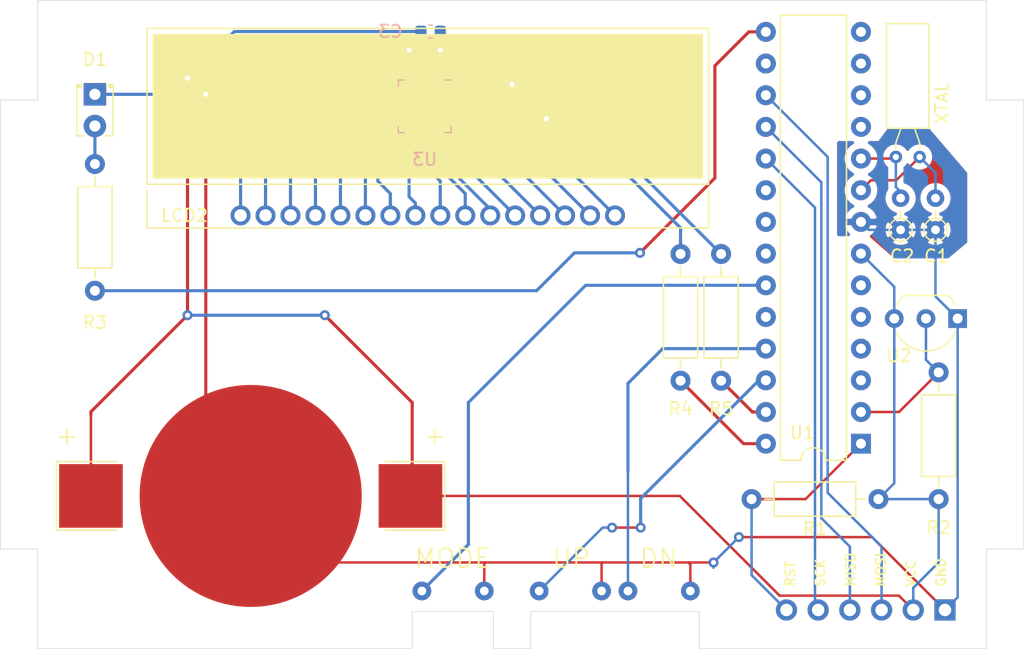
<source format=kicad_pcb>
(kicad_pcb (version 20171130) (host pcbnew "(5.1.9-0-10_14)")

  (general
    (thickness 1.6)
    (drawings 26)
    (tracks 212)
    (zones 0)
    (modules 19)
    (nets 35)
  )

  (page A4)
  (layers
    (0 F.Cu signal hide)
    (31 B.Cu signal hide)
    (32 B.Adhes user)
    (33 F.Adhes user)
    (34 B.Paste user)
    (35 F.Paste user hide)
    (36 B.SilkS user)
    (37 F.SilkS user)
    (38 B.Mask user)
    (39 F.Mask user hide)
    (40 Dwgs.User user)
    (41 Cmts.User user)
    (42 Eco1.User user)
    (43 Eco2.User user)
    (44 Edge.Cuts user)
    (45 Margin user)
    (46 B.CrtYd user hide)
    (47 F.CrtYd user hide)
    (48 B.Fab user hide)
    (49 F.Fab user hide)
  )

  (setup
    (last_trace_width 0.25)
    (user_trace_width 0.2)
    (user_trace_width 0.4)
    (trace_clearance 0.2)
    (zone_clearance 0.508)
    (zone_45_only no)
    (trace_min 0.2)
    (via_size 0.8)
    (via_drill 0.4)
    (via_min_size 0.4)
    (via_min_drill 0.3)
    (uvia_size 0.3)
    (uvia_drill 0.1)
    (uvias_allowed no)
    (uvia_min_size 0.2)
    (uvia_min_drill 0.1)
    (edge_width 0.05)
    (segment_width 0.2)
    (pcb_text_width 0.3)
    (pcb_text_size 1.5 1.5)
    (mod_edge_width 0.12)
    (mod_text_size 1 1)
    (mod_text_width 0.15)
    (pad_size 1.524 1.524)
    (pad_drill 0.762)
    (pad_to_mask_clearance 0)
    (aux_axis_origin 0 0)
    (visible_elements FFFFFF7F)
    (pcbplotparams
      (layerselection 0x010fc_ffffffff)
      (usegerberextensions false)
      (usegerberattributes true)
      (usegerberadvancedattributes true)
      (creategerberjobfile true)
      (excludeedgelayer true)
      (linewidth 0.100000)
      (plotframeref false)
      (viasonmask false)
      (mode 1)
      (useauxorigin false)
      (hpglpennumber 1)
      (hpglpenspeed 20)
      (hpglpendiameter 15.000000)
      (psnegative false)
      (psa4output false)
      (plotreference true)
      (plotvalue true)
      (plotinvisibletext false)
      (padsonsilk false)
      (subtractmaskfromsilk false)
      (outputformat 1)
      (mirror false)
      (drillshape 1)
      (scaleselection 1)
      (outputdirectory ""))
  )

  (net 0 "")
  (net 1 GND)
  (net 2 VCC)
  (net 3 "Net-(C1-Pad2)")
  (net 4 "Net-(C2-Pad2)")
  (net 5 PIN-RST)
  (net 6 PIN-SCK)
  (net 7 PIN-MISO)
  (net 8 PIN-MOSI)
  (net 9 PIN-SCL)
  (net 10 PIN-SDA)
  (net 11 PIN-DQ)
  (net 12 PIN-BTN-MODE)
  (net 13 PIN-BTN-MINUS)
  (net 14 PIN-BTN-PLUS)
  (net 15 "Net-(D1-Pad2)")
  (net 16 "Net-(R3-Pad1)")
  (net 17 "Net-(LCD2-Pad16)")
  (net 18 "Net-(LCD2-Pad15)")
  (net 19 "Net-(LCD2-Pad14)")
  (net 20 "Net-(LCD2-Pad13)")
  (net 21 "Net-(LCD2-Pad12)")
  (net 22 "Net-(LCD2-Pad11)")
  (net 23 "Net-(LCD2-Pad10)")
  (net 24 "Net-(LCD2-Pad9)")
  (net 25 "Net-(LCD2-Pad8)")
  (net 26 "Net-(LCD2-Pad7)")
  (net 27 "Net-(LCD2-Pad6)")
  (net 28 "Net-(LCD2-Pad5)")
  (net 29 "Net-(LCD2-Pad4)")
  (net 30 "Net-(LCD2-Pad3)")
  (net 31 "Net-(LCD2-Pad2)")
  (net 32 "Net-(LCD2-Pad1)")
  (net 33 "Net-(R4-Pad2)")
  (net 34 "Net-(R5-Pad2)")

  (net_class Default "This is the default net class."
    (clearance 0.2)
    (trace_width 0.25)
    (via_dia 0.8)
    (via_drill 0.4)
    (uvia_dia 0.3)
    (uvia_drill 0.1)
    (add_net GND)
    (add_net "Net-(C1-Pad2)")
    (add_net "Net-(C2-Pad2)")
    (add_net "Net-(D1-Pad2)")
    (add_net "Net-(LCD2-Pad1)")
    (add_net "Net-(LCD2-Pad10)")
    (add_net "Net-(LCD2-Pad11)")
    (add_net "Net-(LCD2-Pad12)")
    (add_net "Net-(LCD2-Pad13)")
    (add_net "Net-(LCD2-Pad14)")
    (add_net "Net-(LCD2-Pad15)")
    (add_net "Net-(LCD2-Pad16)")
    (add_net "Net-(LCD2-Pad2)")
    (add_net "Net-(LCD2-Pad3)")
    (add_net "Net-(LCD2-Pad4)")
    (add_net "Net-(LCD2-Pad5)")
    (add_net "Net-(LCD2-Pad6)")
    (add_net "Net-(LCD2-Pad7)")
    (add_net "Net-(LCD2-Pad8)")
    (add_net "Net-(LCD2-Pad9)")
    (add_net "Net-(R3-Pad1)")
    (add_net "Net-(R4-Pad2)")
    (add_net "Net-(R5-Pad2)")
    (add_net "Net-(U1-Pad11)")
    (add_net "Net-(U1-Pad12)")
    (add_net "Net-(U1-Pad13)")
    (add_net "Net-(U1-Pad14)")
    (add_net "Net-(U1-Pad16)")
    (add_net "Net-(U1-Pad20)")
    (add_net "Net-(U1-Pad21)")
    (add_net "Net-(U1-Pad22)")
    (add_net "Net-(U1-Pad24)")
    (add_net "Net-(U1-Pad3)")
    (add_net "Net-(U1-Pad4)")
    (add_net "Net-(U1-Pad5)")
    (add_net "Net-(U1-Pad6)")
    (add_net "Net-(U3-Pad25)")
    (add_net PIN-BTN-MINUS)
    (add_net PIN-BTN-MODE)
    (add_net PIN-BTN-PLUS)
    (add_net PIN-DQ)
    (add_net PIN-MISO)
    (add_net PIN-MOSI)
    (add_net PIN-RST)
    (add_net PIN-SCK)
    (add_net PIN-SCL)
    (add_net PIN-SDA)
    (add_net VCC)
  )

  (module Package_DFN_QFN:VQFN-24-1EP_4x4mm_P0.5mm_EP2.45x2.45mm (layer B.Cu) (tedit 5DC5F6A8) (tstamp 640419F3)
    (at 113 47.5 180)
    (descr "VQFN, 24 Pin (http://www.ti.com/lit/ds/symlink/msp430f1101a.pdf), generated with kicad-footprint-generator ipc_noLead_generator.py")
    (tags "VQFN NoLead")
    (path /64043B37)
    (attr smd)
    (fp_text reference U3 (at 0 -4.25) (layer B.SilkS)
      (effects (font (size 1 1) (thickness 0.15)) (justify mirror))
    )
    (fp_text value BU9796AMUV-E2 (at 0 -3.32) (layer B.Fab)
      (effects (font (size 1 1) (thickness 0.15)) (justify mirror))
    )
    (fp_text user %R (at 0 0) (layer B.Fab)
      (effects (font (size 1 1) (thickness 0.15)) (justify mirror))
    )
    (fp_line (start 1.635 2.11) (end 2.11 2.11) (layer B.SilkS) (width 0.12))
    (fp_line (start 2.11 2.11) (end 2.11 1.635) (layer B.SilkS) (width 0.12))
    (fp_line (start -1.635 -2.11) (end -2.11 -2.11) (layer B.SilkS) (width 0.12))
    (fp_line (start -2.11 -2.11) (end -2.11 -1.635) (layer B.SilkS) (width 0.12))
    (fp_line (start 1.635 -2.11) (end 2.11 -2.11) (layer B.SilkS) (width 0.12))
    (fp_line (start 2.11 -2.11) (end 2.11 -1.635) (layer B.SilkS) (width 0.12))
    (fp_line (start -1.635 2.11) (end -2.11 2.11) (layer B.SilkS) (width 0.12))
    (fp_line (start -1 2) (end 2 2) (layer B.Fab) (width 0.1))
    (fp_line (start 2 2) (end 2 -2) (layer B.Fab) (width 0.1))
    (fp_line (start 2 -2) (end -2 -2) (layer B.Fab) (width 0.1))
    (fp_line (start -2 -2) (end -2 1) (layer B.Fab) (width 0.1))
    (fp_line (start -2 1) (end -1 2) (layer B.Fab) (width 0.1))
    (fp_line (start -2.62 2.62) (end -2.62 -2.62) (layer B.CrtYd) (width 0.05))
    (fp_line (start -2.62 -2.62) (end 2.62 -2.62) (layer B.CrtYd) (width 0.05))
    (fp_line (start 2.62 -2.62) (end 2.62 2.62) (layer B.CrtYd) (width 0.05))
    (fp_line (start 2.62 2.62) (end -2.62 2.62) (layer B.CrtYd) (width 0.05))
    (pad "" smd roundrect (at 0.82 -0.82 180) (size 0.66 0.66) (layers B.Paste) (roundrect_rratio 0.25))
    (pad "" smd roundrect (at 0.82 0 180) (size 0.66 0.66) (layers B.Paste) (roundrect_rratio 0.25))
    (pad "" smd roundrect (at 0.82 0.82 180) (size 0.66 0.66) (layers B.Paste) (roundrect_rratio 0.25))
    (pad "" smd roundrect (at 0 -0.82 180) (size 0.66 0.66) (layers B.Paste) (roundrect_rratio 0.25))
    (pad "" smd roundrect (at 0 0 180) (size 0.66 0.66) (layers B.Paste) (roundrect_rratio 0.25))
    (pad "" smd roundrect (at 0 0.82 180) (size 0.66 0.66) (layers B.Paste) (roundrect_rratio 0.25))
    (pad "" smd roundrect (at -0.82 -0.82 180) (size 0.66 0.66) (layers B.Paste) (roundrect_rratio 0.25))
    (pad "" smd roundrect (at -0.82 0 180) (size 0.66 0.66) (layers B.Paste) (roundrect_rratio 0.25))
    (pad "" smd roundrect (at -0.82 0.82 180) (size 0.66 0.66) (layers B.Paste) (roundrect_rratio 0.25))
    (pad 25 smd rect (at 0 0 180) (size 2.45 2.45) (layers B.Cu B.Mask))
    (pad 24 smd roundrect (at -1.25 1.9875 180) (size 0.25 0.775) (layers B.Cu B.Paste B.Mask) (roundrect_rratio 0.25)
      (net 1 GND))
    (pad 23 smd roundrect (at -0.75 1.9875 180) (size 0.25 0.775) (layers B.Cu B.Paste B.Mask) (roundrect_rratio 0.25)
      (net 1 GND))
    (pad 22 smd roundrect (at -0.25 1.9875 180) (size 0.25 0.775) (layers B.Cu B.Paste B.Mask) (roundrect_rratio 0.25)
      (net 1 GND))
    (pad 21 smd roundrect (at 0.25 1.9875 180) (size 0.25 0.775) (layers B.Cu B.Paste B.Mask) (roundrect_rratio 0.25)
      (net 2 VCC))
    (pad 20 smd roundrect (at 0.75 1.9875 180) (size 0.25 0.775) (layers B.Cu B.Paste B.Mask) (roundrect_rratio 0.25)
      (net 1 GND))
    (pad 19 smd roundrect (at 1.25 1.9875 180) (size 0.25 0.775) (layers B.Cu B.Paste B.Mask) (roundrect_rratio 0.25)
      (net 32 "Net-(LCD2-Pad1)"))
    (pad 18 smd roundrect (at 1.9875 1.25 180) (size 0.775 0.25) (layers B.Cu B.Paste B.Mask) (roundrect_rratio 0.25)
      (net 31 "Net-(LCD2-Pad2)"))
    (pad 17 smd roundrect (at 1.9875 0.75 180) (size 0.775 0.25) (layers B.Cu B.Paste B.Mask) (roundrect_rratio 0.25)
      (net 30 "Net-(LCD2-Pad3)"))
    (pad 16 smd roundrect (at 1.9875 0.25 180) (size 0.775 0.25) (layers B.Cu B.Paste B.Mask) (roundrect_rratio 0.25)
      (net 29 "Net-(LCD2-Pad4)"))
    (pad 15 smd roundrect (at 1.9875 -0.25 180) (size 0.775 0.25) (layers B.Cu B.Paste B.Mask) (roundrect_rratio 0.25)
      (net 28 "Net-(LCD2-Pad5)"))
    (pad 14 smd roundrect (at 1.9875 -0.75 180) (size 0.775 0.25) (layers B.Cu B.Paste B.Mask) (roundrect_rratio 0.25)
      (net 27 "Net-(LCD2-Pad6)"))
    (pad 13 smd roundrect (at 1.9875 -1.25 180) (size 0.775 0.25) (layers B.Cu B.Paste B.Mask) (roundrect_rratio 0.25)
      (net 26 "Net-(LCD2-Pad7)"))
    (pad 12 smd roundrect (at 1.25 -1.9875 180) (size 0.25 0.775) (layers B.Cu B.Paste B.Mask) (roundrect_rratio 0.25)
      (net 25 "Net-(LCD2-Pad8)"))
    (pad 11 smd roundrect (at 0.75 -1.9875 180) (size 0.25 0.775) (layers B.Cu B.Paste B.Mask) (roundrect_rratio 0.25)
      (net 24 "Net-(LCD2-Pad9)"))
    (pad 10 smd roundrect (at 0.25 -1.9875 180) (size 0.25 0.775) (layers B.Cu B.Paste B.Mask) (roundrect_rratio 0.25)
      (net 23 "Net-(LCD2-Pad10)"))
    (pad 9 smd roundrect (at -0.25 -1.9875 180) (size 0.25 0.775) (layers B.Cu B.Paste B.Mask) (roundrect_rratio 0.25)
      (net 22 "Net-(LCD2-Pad11)"))
    (pad 8 smd roundrect (at -0.75 -1.9875 180) (size 0.25 0.775) (layers B.Cu B.Paste B.Mask) (roundrect_rratio 0.25)
      (net 21 "Net-(LCD2-Pad12)"))
    (pad 7 smd roundrect (at -1.25 -1.9875 180) (size 0.25 0.775) (layers B.Cu B.Paste B.Mask) (roundrect_rratio 0.25)
      (net 20 "Net-(LCD2-Pad13)"))
    (pad 6 smd roundrect (at -1.9875 -1.25 180) (size 0.775 0.25) (layers B.Cu B.Paste B.Mask) (roundrect_rratio 0.25)
      (net 19 "Net-(LCD2-Pad14)"))
    (pad 5 smd roundrect (at -1.9875 -0.75 180) (size 0.775 0.25) (layers B.Cu B.Paste B.Mask) (roundrect_rratio 0.25)
      (net 18 "Net-(LCD2-Pad15)"))
    (pad 4 smd roundrect (at -1.9875 -0.25 180) (size 0.775 0.25) (layers B.Cu B.Paste B.Mask) (roundrect_rratio 0.25)
      (net 17 "Net-(LCD2-Pad16)"))
    (pad 3 smd roundrect (at -1.9875 0.25 180) (size 0.775 0.25) (layers B.Cu B.Paste B.Mask) (roundrect_rratio 0.25)
      (net 34 "Net-(R5-Pad2)"))
    (pad 2 smd roundrect (at -1.9875 0.75 180) (size 0.775 0.25) (layers B.Cu B.Paste B.Mask) (roundrect_rratio 0.25)
      (net 33 "Net-(R4-Pad2)"))
    (pad 1 smd roundrect (at -1.9875 1.25 180) (size 0.775 0.25) (layers B.Cu B.Paste B.Mask) (roundrect_rratio 0.25)
      (net 1 GND))
    (model ${KISYS3DMOD}/Package_DFN_QFN.3dshapes/VQFN-24-1EP_4x4mm_P0.5mm_EP2.45x2.45mm.wrl
      (at (xyz 0 0 0))
      (scale (xyz 1 1 1))
      (rotate (xyz 0 0 0))
    )
  )

  (module Resistor_THT:R_Axial_DIN0207_L6.3mm_D2.5mm_P10.16mm_Horizontal (layer F.Cu) (tedit 5AE5139B) (tstamp 64041914)
    (at 136.75 69.5 90)
    (descr "Resistor, Axial_DIN0207 series, Axial, Horizontal, pin pitch=10.16mm, 0.25W = 1/4W, length*diameter=6.3*2.5mm^2, http://cdn-reichelt.de/documents/datenblatt/B400/1_4W%23YAG.pdf")
    (tags "Resistor Axial_DIN0207 series Axial Horizontal pin pitch 10.16mm 0.25W = 1/4W length 6.3mm diameter 2.5mm")
    (path /640687D7)
    (fp_text reference R5 (at -2.25 0) (layer F.SilkS)
      (effects (font (size 1 1) (thickness 0.15)))
    )
    (fp_text value 10k (at 5.08 2.37 90) (layer F.Fab)
      (effects (font (size 1 1) (thickness 0.15)))
    )
    (fp_text user %R (at 5.08 0 90) (layer F.Fab)
      (effects (font (size 1 1) (thickness 0.15)))
    )
    (fp_line (start 1.93 -1.25) (end 1.93 1.25) (layer F.Fab) (width 0.1))
    (fp_line (start 1.93 1.25) (end 8.23 1.25) (layer F.Fab) (width 0.1))
    (fp_line (start 8.23 1.25) (end 8.23 -1.25) (layer F.Fab) (width 0.1))
    (fp_line (start 8.23 -1.25) (end 1.93 -1.25) (layer F.Fab) (width 0.1))
    (fp_line (start 0 0) (end 1.93 0) (layer F.Fab) (width 0.1))
    (fp_line (start 10.16 0) (end 8.23 0) (layer F.Fab) (width 0.1))
    (fp_line (start 1.81 -1.37) (end 1.81 1.37) (layer F.SilkS) (width 0.12))
    (fp_line (start 1.81 1.37) (end 8.35 1.37) (layer F.SilkS) (width 0.12))
    (fp_line (start 8.35 1.37) (end 8.35 -1.37) (layer F.SilkS) (width 0.12))
    (fp_line (start 8.35 -1.37) (end 1.81 -1.37) (layer F.SilkS) (width 0.12))
    (fp_line (start 1.04 0) (end 1.81 0) (layer F.SilkS) (width 0.12))
    (fp_line (start 9.12 0) (end 8.35 0) (layer F.SilkS) (width 0.12))
    (fp_line (start -1.05 -1.5) (end -1.05 1.5) (layer F.CrtYd) (width 0.05))
    (fp_line (start -1.05 1.5) (end 11.21 1.5) (layer F.CrtYd) (width 0.05))
    (fp_line (start 11.21 1.5) (end 11.21 -1.5) (layer F.CrtYd) (width 0.05))
    (fp_line (start 11.21 -1.5) (end -1.05 -1.5) (layer F.CrtYd) (width 0.05))
    (pad 2 thru_hole oval (at 10.16 0 90) (size 1.6 1.6) (drill 0.8) (layers *.Cu *.Mask)
      (net 34 "Net-(R5-Pad2)"))
    (pad 1 thru_hole circle (at 0 0 90) (size 1.6 1.6) (drill 0.8) (layers *.Cu *.Mask)
      (net 10 PIN-SDA))
    (model ${KISYS3DMOD}/Resistor_THT.3dshapes/R_Axial_DIN0207_L6.3mm_D2.5mm_P10.16mm_Horizontal.wrl
      (at (xyz 0 0 0))
      (scale (xyz 1 1 1))
      (rotate (xyz 0 0 0))
    )
  )

  (module Resistor_THT:R_Axial_DIN0207_L6.3mm_D2.5mm_P10.16mm_Horizontal (layer F.Cu) (tedit 5AE5139B) (tstamp 640418FD)
    (at 133.5 69.5 90)
    (descr "Resistor, Axial_DIN0207 series, Axial, Horizontal, pin pitch=10.16mm, 0.25W = 1/4W, length*diameter=6.3*2.5mm^2, http://cdn-reichelt.de/documents/datenblatt/B400/1_4W%23YAG.pdf")
    (tags "Resistor Axial_DIN0207 series Axial Horizontal pin pitch 10.16mm 0.25W = 1/4W length 6.3mm diameter 2.5mm")
    (path /64063FAE)
    (fp_text reference R4 (at -2.25 0) (layer F.SilkS)
      (effects (font (size 1 1) (thickness 0.15)))
    )
    (fp_text value 10k (at 5.08 2.37 90) (layer F.Fab)
      (effects (font (size 1 1) (thickness 0.15)))
    )
    (fp_text user %R (at 5.08 0 90) (layer F.Fab)
      (effects (font (size 1 1) (thickness 0.15)))
    )
    (fp_line (start 1.93 -1.25) (end 1.93 1.25) (layer F.Fab) (width 0.1))
    (fp_line (start 1.93 1.25) (end 8.23 1.25) (layer F.Fab) (width 0.1))
    (fp_line (start 8.23 1.25) (end 8.23 -1.25) (layer F.Fab) (width 0.1))
    (fp_line (start 8.23 -1.25) (end 1.93 -1.25) (layer F.Fab) (width 0.1))
    (fp_line (start 0 0) (end 1.93 0) (layer F.Fab) (width 0.1))
    (fp_line (start 10.16 0) (end 8.23 0) (layer F.Fab) (width 0.1))
    (fp_line (start 1.81 -1.37) (end 1.81 1.37) (layer F.SilkS) (width 0.12))
    (fp_line (start 1.81 1.37) (end 8.35 1.37) (layer F.SilkS) (width 0.12))
    (fp_line (start 8.35 1.37) (end 8.35 -1.37) (layer F.SilkS) (width 0.12))
    (fp_line (start 8.35 -1.37) (end 1.81 -1.37) (layer F.SilkS) (width 0.12))
    (fp_line (start 1.04 0) (end 1.81 0) (layer F.SilkS) (width 0.12))
    (fp_line (start 9.12 0) (end 8.35 0) (layer F.SilkS) (width 0.12))
    (fp_line (start -1.05 -1.5) (end -1.05 1.5) (layer F.CrtYd) (width 0.05))
    (fp_line (start -1.05 1.5) (end 11.21 1.5) (layer F.CrtYd) (width 0.05))
    (fp_line (start 11.21 1.5) (end 11.21 -1.5) (layer F.CrtYd) (width 0.05))
    (fp_line (start 11.21 -1.5) (end -1.05 -1.5) (layer F.CrtYd) (width 0.05))
    (pad 2 thru_hole oval (at 10.16 0 90) (size 1.6 1.6) (drill 0.8) (layers *.Cu *.Mask)
      (net 33 "Net-(R4-Pad2)"))
    (pad 1 thru_hole circle (at 0 0 90) (size 1.6 1.6) (drill 0.8) (layers *.Cu *.Mask)
      (net 9 PIN-SCL))
    (model ${KISYS3DMOD}/Resistor_THT.3dshapes/R_Axial_DIN0207_L6.3mm_D2.5mm_P10.16mm_Horizontal.wrl
      (at (xyz 0 0 0))
      (scale (xyz 1 1 1))
      (rotate (xyz 0 0 0))
    )
  )

  (module Connector:LCD16-TN6 (layer F.Cu) (tedit 6403B5A6) (tstamp 64041862)
    (at 108.25 46.25)
    (path /64045D3A)
    (fp_text reference LCD2 (at -14.5 10) (layer F.SilkS)
      (effects (font (size 1 1) (thickness 0.15)))
    )
    (fp_text value LCD16 (at -13 -6) (layer F.Fab)
      (effects (font (size 1 1) (thickness 0.15)))
    )
    (fp_line (start -10 7.5) (end -17.5 7.5) (layer F.SilkS) (width 0.12))
    (fp_line (start -17.5 7.5) (end -17.5 -5) (layer F.SilkS) (width 0.12))
    (fp_line (start -17.5 -5) (end 27.5 -5) (layer F.SilkS) (width 0.12))
    (fp_line (start 27.5 -5) (end 27.5 7.5) (layer F.SilkS) (width 0.12))
    (fp_line (start 27.5 7.5) (end -10 7.5) (layer F.SilkS) (width 0.12))
    (fp_line (start -17.5 8) (end -17.5 11) (layer F.SilkS) (width 0.12))
    (fp_line (start -17.5 11) (end 27.5 11) (layer F.SilkS) (width 0.12))
    (fp_line (start 27.5 11) (end 27.5 8) (layer F.SilkS) (width 0.12))
    (fp_poly (pts (xy 27 7) (xy -17 7) (xy -17 -4.5) (xy 27 -4.5)) (layer F.SilkS) (width 0.1))
    (pad 16 thru_hole circle (at 20 10) (size 1.6 1.6) (drill 1) (layers *.Cu *.Mask)
      (net 17 "Net-(LCD2-Pad16)"))
    (pad 15 thru_hole circle (at 18 10) (size 1.6 1.6) (drill 1) (layers *.Cu *.Mask)
      (net 18 "Net-(LCD2-Pad15)"))
    (pad 14 thru_hole circle (at 16 10) (size 1.6 1.6) (drill 1) (layers *.Cu *.Mask)
      (net 19 "Net-(LCD2-Pad14)"))
    (pad 13 thru_hole circle (at 14 10) (size 1.6 1.6) (drill 1) (layers *.Cu *.Mask)
      (net 20 "Net-(LCD2-Pad13)"))
    (pad 12 thru_hole circle (at 12 10) (size 1.6 1.6) (drill 1) (layers *.Cu *.Mask)
      (net 21 "Net-(LCD2-Pad12)"))
    (pad 11 thru_hole circle (at 10 10) (size 1.6 1.6) (drill 1) (layers *.Cu *.Mask)
      (net 22 "Net-(LCD2-Pad11)"))
    (pad 10 thru_hole circle (at 8 10) (size 1.6 1.6) (drill 1) (layers *.Cu *.Mask)
      (net 23 "Net-(LCD2-Pad10)"))
    (pad 9 thru_hole circle (at 6 10) (size 1.6 1.6) (drill 1) (layers *.Cu *.Mask)
      (net 24 "Net-(LCD2-Pad9)"))
    (pad 8 thru_hole circle (at 4 10) (size 1.6 1.6) (drill 1) (layers *.Cu *.Mask)
      (net 25 "Net-(LCD2-Pad8)"))
    (pad 7 thru_hole circle (at 2 10) (size 1.6 1.6) (drill 1) (layers *.Cu *.Mask)
      (net 26 "Net-(LCD2-Pad7)"))
    (pad 6 thru_hole circle (at 0 10) (size 1.6 1.6) (drill 1) (layers *.Cu *.Mask)
      (net 27 "Net-(LCD2-Pad6)"))
    (pad 5 thru_hole circle (at -2 10) (size 1.6 1.6) (drill 1) (layers *.Cu *.Mask)
      (net 28 "Net-(LCD2-Pad5)"))
    (pad 4 thru_hole circle (at -4 10) (size 1.6 1.6) (drill 1) (layers *.Cu *.Mask)
      (net 29 "Net-(LCD2-Pad4)"))
    (pad 3 thru_hole circle (at -6 10) (size 1.6 1.6) (drill 1) (layers *.Cu *.Mask)
      (net 30 "Net-(LCD2-Pad3)"))
    (pad 2 thru_hole circle (at -8 10) (size 1.6 1.6) (drill 1) (layers *.Cu *.Mask)
      (net 31 "Net-(LCD2-Pad2)"))
    (pad 1 thru_hole circle (at -10 10) (size 1.6 1.6) (drill 1) (layers *.Cu *.Mask)
      (net 32 "Net-(LCD2-Pad1)"))
  )

  (module Capacitor_SMD:C_0603_1608Metric (layer B.Cu) (tedit 5F68FEEE) (tstamp 640417E1)
    (at 113.475 41.5)
    (descr "Capacitor SMD 0603 (1608 Metric), square (rectangular) end terminal, IPC_7351 nominal, (Body size source: IPC-SM-782 page 76, https://www.pcb-3d.com/wordpress/wp-content/uploads/ipc-sm-782a_amendment_1_and_2.pdf), generated with kicad-footprint-generator")
    (tags capacitor)
    (path /6405C403)
    (attr smd)
    (fp_text reference C3 (at -3.225 0) (layer B.SilkS)
      (effects (font (size 1 1) (thickness 0.15)) (justify mirror))
    )
    (fp_text value C (at 0 -1.43) (layer B.Fab)
      (effects (font (size 1 1) (thickness 0.15)) (justify mirror))
    )
    (fp_text user %R (at 0 0) (layer B.Fab)
      (effects (font (size 0.4 0.4) (thickness 0.06)) (justify mirror))
    )
    (fp_line (start -0.8 -0.4) (end -0.8 0.4) (layer B.Fab) (width 0.1))
    (fp_line (start -0.8 0.4) (end 0.8 0.4) (layer B.Fab) (width 0.1))
    (fp_line (start 0.8 0.4) (end 0.8 -0.4) (layer B.Fab) (width 0.1))
    (fp_line (start 0.8 -0.4) (end -0.8 -0.4) (layer B.Fab) (width 0.1))
    (fp_line (start -0.14058 0.51) (end 0.14058 0.51) (layer B.SilkS) (width 0.12))
    (fp_line (start -0.14058 -0.51) (end 0.14058 -0.51) (layer B.SilkS) (width 0.12))
    (fp_line (start -1.48 -0.73) (end -1.48 0.73) (layer B.CrtYd) (width 0.05))
    (fp_line (start -1.48 0.73) (end 1.48 0.73) (layer B.CrtYd) (width 0.05))
    (fp_line (start 1.48 0.73) (end 1.48 -0.73) (layer B.CrtYd) (width 0.05))
    (fp_line (start 1.48 -0.73) (end -1.48 -0.73) (layer B.CrtYd) (width 0.05))
    (pad 2 smd roundrect (at 0.775 0) (size 0.9 0.95) (layers B.Cu B.Paste B.Mask) (roundrect_rratio 0.25)
      (net 1 GND))
    (pad 1 smd roundrect (at -0.775 0) (size 0.9 0.95) (layers B.Cu B.Paste B.Mask) (roundrect_rratio 0.25)
      (net 2 VCC))
    (model ${KISYS3DMOD}/Capacitor_SMD.3dshapes/C_0603_1608Metric.wrl
      (at (xyz 0 0 0))
      (scale (xyz 1 1 1))
      (rotate (xyz 0 0 0))
    )
  )

  (module Connector:PushButton5mm (layer F.Cu) (tedit 64039225) (tstamp 6403DB5D)
    (at 129.286 86.36)
    (descr "Through hole straight pin header, 1x02, 2.54mm pitch, single row")
    (tags "Through hole pin header THT 1x02 2.54mm single row")
    (path /6406A5EF)
    (fp_text reference SW2 (at 1.5 -4) (layer F.SilkS) hide
      (effects (font (size 1 1) (thickness 0.15)))
    )
    (fp_text value SW_Push (at 3 4) (layer F.Fab)
      (effects (font (size 1 1) (thickness 0.15)))
    )
    (fp_text user %R (at 2 2 180) (layer F.Fab)
      (effects (font (size 1 1) (thickness 0.15)))
    )
    (pad 2 thru_hole circle (at 5 0 90) (size 1.5 1.5) (drill 0.7) (layers *.Cu *.Mask)
      (net 1 GND))
    (pad 1 thru_hole circle (at 0 0 90) (size 1.5 1.5) (drill 0.7) (layers *.Cu *.Mask)
      (net 13 PIN-BTN-MINUS))
    (model ${KISYS3DMOD}/Connector_PinHeader_2.54mm.3dshapes/PinHeader_1x02_P2.54mm_Vertical.wrl
      (at (xyz 0 0 0))
      (scale (xyz 1 1 1))
      (rotate (xyz 0 0 0))
    )
  )

  (module Connector:PushButton5mm (layer F.Cu) (tedit 640391F2) (tstamp 6403DB69)
    (at 122.174 86.36)
    (descr "Through hole straight pin header, 1x02, 2.54mm pitch, single row")
    (tags "Through hole pin header THT 1x02 2.54mm single row")
    (path /6406B3AA)
    (fp_text reference SW3 (at 1.5 -4) (layer F.SilkS) hide
      (effects (font (size 1 1) (thickness 0.15)))
    )
    (fp_text value SW_Push (at 3 4) (layer F.Fab)
      (effects (font (size 1 1) (thickness 0.15)))
    )
    (fp_text user %R (at 2 2 180) (layer F.Fab)
      (effects (font (size 1 1) (thickness 0.15)))
    )
    (pad 2 thru_hole circle (at 5 0 90) (size 1.5 1.5) (drill 0.7) (layers *.Cu *.Mask)
      (net 1 GND))
    (pad 1 thru_hole circle (at 0 0 90) (size 1.5 1.5) (drill 0.7) (layers *.Cu *.Mask)
      (net 14 PIN-BTN-PLUS))
    (model ${KISYS3DMOD}/Connector_PinHeader_2.54mm.3dshapes/PinHeader_1x02_P2.54mm_Vertical.wrl
      (at (xyz 0 0 0))
      (scale (xyz 1 1 1))
      (rotate (xyz 0 0 0))
    )
  )

  (module Connector:PushButton5mm (layer F.Cu) (tedit 64039188) (tstamp 6403DB51)
    (at 112.776 86.36)
    (descr "Through hole straight pin header, 1x02, 2.54mm pitch, single row")
    (tags "Through hole pin header THT 1x02 2.54mm single row")
    (path /6406336A)
    (fp_text reference SW1 (at 1.5 -4) (layer F.SilkS) hide
      (effects (font (size 1 1) (thickness 0.15)))
    )
    (fp_text value SW_Push (at 3 4) (layer F.Fab)
      (effects (font (size 1 1) (thickness 0.15)))
    )
    (fp_text user %R (at 2 2 180) (layer F.Fab)
      (effects (font (size 1 1) (thickness 0.15)))
    )
    (pad 2 thru_hole circle (at 5 0 90) (size 1.5 1.5) (drill 0.7) (layers *.Cu *.Mask)
      (net 1 GND))
    (pad 1 thru_hole circle (at 0 0 90) (size 1.5 1.5) (drill 0.7) (layers *.Cu *.Mask)
      (net 12 PIN-BTN-MODE))
    (model ${KISYS3DMOD}/Connector_PinHeader_2.54mm.3dshapes/PinHeader_1x02_P2.54mm_Vertical.wrl
      (at (xyz 0 0 0))
      (scale (xyz 1 1 1))
      (rotate (xyz 0 0 0))
    )
  )

  (module Connector_PinHeader_2.54mm:PinHeader_1x06_P2.54mm_Vertical (layer F.Cu) (tedit 64038F9E) (tstamp 6403DB0A)
    (at 154.686 87.884 270)
    (descr "Through hole straight pin header, 1x06, 2.54mm pitch, single row")
    (tags "Through hole pin header THT 1x06 2.54mm single row")
    (path /64037738)
    (fp_text reference J1 (at 0 -2.33 270) (layer F.SilkS) hide
      (effects (font (size 1 1) (thickness 0.15)))
    )
    (fp_text value Port (at 0 15.03 270) (layer F.Fab)
      (effects (font (size 1 1) (thickness 0.15)))
    )
    (fp_line (start 1.8 -1.8) (end -1.8 -1.8) (layer F.CrtYd) (width 0.05))
    (fp_line (start 1.8 14.5) (end 1.8 -1.8) (layer F.CrtYd) (width 0.05))
    (fp_line (start -1.8 14.5) (end 1.8 14.5) (layer F.CrtYd) (width 0.05))
    (fp_line (start -1.8 -1.8) (end -1.8 14.5) (layer F.CrtYd) (width 0.05))
    (fp_line (start -1.27 -0.635) (end -0.635 -1.27) (layer F.Fab) (width 0.1))
    (fp_line (start -1.27 13.97) (end -1.27 -0.635) (layer F.Fab) (width 0.1))
    (fp_line (start 1.27 13.97) (end -1.27 13.97) (layer F.Fab) (width 0.1))
    (fp_line (start 1.27 -1.27) (end 1.27 13.97) (layer F.Fab) (width 0.1))
    (fp_line (start -0.635 -1.27) (end 1.27 -1.27) (layer F.Fab) (width 0.1))
    (fp_text user %R (at 0 6.35) (layer F.Fab)
      (effects (font (size 1 1) (thickness 0.15)))
    )
    (pad 6 thru_hole oval (at 0 12.7 270) (size 1.7 1.7) (drill 1) (layers *.Cu *.Mask)
      (net 5 PIN-RST))
    (pad 5 thru_hole oval (at 0 10.16 270) (size 1.7 1.7) (drill 1) (layers *.Cu *.Mask)
      (net 6 PIN-SCK))
    (pad 4 thru_hole oval (at 0 7.62 270) (size 1.7 1.7) (drill 1) (layers *.Cu *.Mask)
      (net 7 PIN-MISO))
    (pad 3 thru_hole oval (at 0 5.08 270) (size 1.7 1.7) (drill 1) (layers *.Cu *.Mask)
      (net 8 PIN-MOSI))
    (pad 2 thru_hole oval (at 0 2.54 270) (size 1.7 1.7) (drill 1) (layers *.Cu *.Mask)
      (net 2 VCC))
    (pad 1 thru_hole rect (at 0 0 270) (size 1.7 1.7) (drill 1) (layers *.Cu *.Mask)
      (net 1 GND))
    (model ${KISYS3DMOD}/Connector_PinHeader_2.54mm.3dshapes/PinHeader_1x06_P2.54mm_Vertical.wrl
      (at (xyz 0 0 0))
      (scale (xyz 1 1 1))
      (rotate (xyz 0 0 0))
    )
  )

  (module Battery:BatteryHolder_Keystone_3002_1x2032 (layer F.Cu) (tedit 64038EE1) (tstamp 6403DAD2)
    (at 99.06 78.74 180)
    (descr https://www.tme.eu/it/Document/a823211ec201a9e209042d155fe22d2b/KEYS2996.pdf)
    (tags "BR2016 CR2016 DL2016 BR2020 CL2020 BR2025 CR2025 DL2025 DR2032 CR2032 DL2032")
    (path /63D8E0EA)
    (attr smd)
    (fp_text reference BT1 (at -9.15 9.7 180) (layer F.SilkS) hide
      (effects (font (size 1 1) (thickness 0.15)))
    )
    (fp_text value "3V Coin" (at 0 -11 180) (layer F.Fab)
      (effects (font (size 1 1) (thickness 0.15)))
    )
    (fp_line (start -15.35 -2.55) (end -15.35 2.55) (layer F.Fab) (width 0.1))
    (fp_line (start -15.35 2.55) (end -10.55 2.55) (layer F.Fab) (width 0.1))
    (fp_line (start -15.35 -2.55) (end -10.55 -2.55) (layer F.Fab) (width 0.1))
    (fp_line (start -10.55 2.55) (end -10.55 5.85) (layer F.Fab) (width 0.1))
    (fp_line (start 10.55 2.55) (end 10.55 5.9) (layer F.Fab) (width 0.1))
    (fp_line (start -3.8 10.6) (end 3.8 10.6) (layer F.Fab) (width 0.1))
    (fp_line (start 10.55 2.55) (end 15.35 2.55) (layer F.Fab) (width 0.1))
    (fp_line (start 15.35 2.55) (end 15.35 -2.55) (layer F.Fab) (width 0.1))
    (fp_line (start 15.35 -2.55) (end 10.55 -2.55) (layer F.Fab) (width 0.1))
    (fp_line (start 10.55 -2.55) (end 10.55 -9.3) (layer F.Fab) (width 0.1))
    (fp_line (start 10.55 -9.3) (end -10.55 -9.3) (layer F.Fab) (width 0.1))
    (fp_line (start -10.55 -2.55) (end -10.55 -9.3) (layer F.Fab) (width 0.1))
    (fp_line (start -10.55 5.85) (end -3.8 10.6) (layer F.Fab) (width 0.1))
    (fp_line (start 10.55 5.9) (end 3.8 10.6) (layer F.Fab) (width 0.1))
    (fp_circle (center 0 0) (end 10 0) (layer Dwgs.User) (width 0.2))
    (fp_line (start -15.85 -3.05) (end -11.05 -3.05) (layer F.CrtYd) (width 0.05))
    (fp_line (start -11.05 -3.05) (end -11.05 -9.8) (layer F.CrtYd) (width 0.05))
    (fp_line (start -11.05 -9.8) (end -3.9 -9.8) (layer F.CrtYd) (width 0.05))
    (fp_line (start 11.05 -9.8) (end 3.9 -9.8) (layer F.CrtYd) (width 0.05))
    (fp_line (start 11.05 -9.8) (end 11.05 -3.05) (layer F.CrtYd) (width 0.05))
    (fp_line (start 11.05 -3.05) (end 15.85 -3.05) (layer F.CrtYd) (width 0.05))
    (fp_line (start 15.85 -3.05) (end 15.85 3.05) (layer F.CrtYd) (width 0.05))
    (fp_line (start 15.85 3.05) (end 11.05 3.05) (layer F.CrtYd) (width 0.05))
    (fp_line (start 11.05 3.05) (end 11.05 6.35) (layer F.CrtYd) (width 0.05))
    (fp_line (start 11.05 6.35) (end 4.3 11.1) (layer F.CrtYd) (width 0.05))
    (fp_line (start 4.3 11.1) (end -4.3 11.1) (layer F.CrtYd) (width 0.05))
    (fp_line (start -4.3 11.1) (end -11.05 6.35) (layer F.CrtYd) (width 0.05))
    (fp_line (start -11.05 6.35) (end -11.05 3.05) (layer F.CrtYd) (width 0.05))
    (fp_line (start -11.05 3.05) (end -15.85 3.05) (layer F.CrtYd) (width 0.05))
    (fp_line (start -15.85 3.05) (end -15.85 -3.05) (layer F.CrtYd) (width 0.05))
    (fp_line (start -10.75 -2.75) (end -15.55 -2.75) (layer F.SilkS) (width 0.12))
    (fp_line (start -15.55 -2.75) (end -15.55 2.75) (layer F.SilkS) (width 0.12))
    (fp_line (start -15.55 2.75) (end -10.75 2.75) (layer F.SilkS) (width 0.12))
    (fp_line (start 10.75 2.75) (end 15.55 2.75) (layer F.SilkS) (width 0.12))
    (fp_line (start 15.55 2.75) (end 15.55 -2.75) (layer F.SilkS) (width 0.12))
    (fp_line (start 15.55 -2.75) (end 10.75 -2.75) (layer F.SilkS) (width 0.12))
    (fp_arc (start 0 0) (end 3.9 -9.8) (angle -43.40107348) (layer F.CrtYd) (width 0.05))
    (fp_text user %R (at -9.15 9.7 180) (layer F.Fab)
      (effects (font (size 1 1) (thickness 0.15)))
    )
    (pad 2 smd circle (at 0 0 180) (size 17.8 17.8) (layers F.Cu F.Mask)
      (net 1 GND))
    (pad 1 smd rect (at -12.8 0 180) (size 5.1 5.1) (layers F.Cu F.Paste F.Mask)
      (net 2 VCC))
    (pad 1 smd rect (at 12.8 0 180) (size 5.1 5.1) (layers F.Cu F.Paste F.Mask)
      (net 2 VCC))
    (model ${KISYS3DMOD}/Battery.3dshapes/BatteryHolder_Keystone_3002_1x2032.wrl
      (at (xyz 0 0 0))
      (scale (xyz 1 1 1))
      (rotate (xyz 0 0 0))
    )
  )

  (module Resistor_THT:R_Axial_DIN0207_L6.3mm_D2.5mm_P10.16mm_Horizontal (layer F.Cu) (tedit 5AE5139B) (tstamp 6403F9D4)
    (at 86.578 62.286 90)
    (descr "Resistor, Axial_DIN0207 series, Axial, Horizontal, pin pitch=10.16mm, 0.25W = 1/4W, length*diameter=6.3*2.5mm^2, http://cdn-reichelt.de/documents/datenblatt/B400/1_4W%23YAG.pdf")
    (tags "Resistor Axial_DIN0207 series Axial Horizontal pin pitch 10.16mm 0.25W = 1/4W length 6.3mm diameter 2.5mm")
    (path /6409FDC2)
    (fp_text reference R3 (at -2.54 0) (layer F.SilkS)
      (effects (font (size 1 1) (thickness 0.15)))
    )
    (fp_text value 1k (at 5.08 2.37 90) (layer F.Fab)
      (effects (font (size 1 1) (thickness 0.15)))
    )
    (fp_line (start 11.21 -1.5) (end -1.05 -1.5) (layer F.CrtYd) (width 0.05))
    (fp_line (start 11.21 1.5) (end 11.21 -1.5) (layer F.CrtYd) (width 0.05))
    (fp_line (start -1.05 1.5) (end 11.21 1.5) (layer F.CrtYd) (width 0.05))
    (fp_line (start -1.05 -1.5) (end -1.05 1.5) (layer F.CrtYd) (width 0.05))
    (fp_line (start 9.12 0) (end 8.35 0) (layer F.SilkS) (width 0.12))
    (fp_line (start 1.04 0) (end 1.81 0) (layer F.SilkS) (width 0.12))
    (fp_line (start 8.35 -1.37) (end 1.81 -1.37) (layer F.SilkS) (width 0.12))
    (fp_line (start 8.35 1.37) (end 8.35 -1.37) (layer F.SilkS) (width 0.12))
    (fp_line (start 1.81 1.37) (end 8.35 1.37) (layer F.SilkS) (width 0.12))
    (fp_line (start 1.81 -1.37) (end 1.81 1.37) (layer F.SilkS) (width 0.12))
    (fp_line (start 10.16 0) (end 8.23 0) (layer F.Fab) (width 0.1))
    (fp_line (start 0 0) (end 1.93 0) (layer F.Fab) (width 0.1))
    (fp_line (start 8.23 -1.25) (end 1.93 -1.25) (layer F.Fab) (width 0.1))
    (fp_line (start 8.23 1.25) (end 8.23 -1.25) (layer F.Fab) (width 0.1))
    (fp_line (start 1.93 1.25) (end 8.23 1.25) (layer F.Fab) (width 0.1))
    (fp_line (start 1.93 -1.25) (end 1.93 1.25) (layer F.Fab) (width 0.1))
    (fp_text user %R (at 5.08 0 90) (layer F.Fab)
      (effects (font (size 1 1) (thickness 0.15)))
    )
    (pad 2 thru_hole oval (at 10.16 0 90) (size 1.6 1.6) (drill 0.8) (layers *.Cu *.Mask)
      (net 15 "Net-(D1-Pad2)"))
    (pad 1 thru_hole circle (at 0 0 90) (size 1.6 1.6) (drill 0.8) (layers *.Cu *.Mask)
      (net 16 "Net-(R3-Pad1)"))
    (model ${KISYS3DMOD}/Resistor_THT.3dshapes/R_Axial_DIN0207_L6.3mm_D2.5mm_P10.16mm_Horizontal.wrl
      (at (xyz 0 0 0))
      (scale (xyz 1 1 1))
      (rotate (xyz 0 0 0))
    )
  )

  (module LED_THT:LED_D2.0mm_W4.0mm_H2.8mm_FlatTop (layer F.Cu) (tedit 5880A862) (tstamp 6403F91B)
    (at 86.578 46.538 270)
    (descr "LED, Round, FlatTop,  Rectangular size 4.0x2.8mm^2 diameter 2.0mm, 2 pins, http://www.kingbright.com/attachments/file/psearch/000/00/00/L-1034IDT(Ver.9A).pdf")
    (tags "LED Round FlatTop  Rectangular size 4.0x2.8mm^2 diameter 2.0mm 2 pins")
    (path /6409ED50)
    (fp_text reference D1 (at -2.794 0) (layer F.SilkS)
      (effects (font (size 1 1) (thickness 0.15)))
    )
    (fp_text value LED (at 1.27 2.46 90) (layer F.Fab)
      (effects (font (size 1 1) (thickness 0.15)))
    )
    (fp_line (start 3.7 -1.75) (end -1.15 -1.75) (layer F.CrtYd) (width 0.05))
    (fp_line (start 3.7 1.75) (end 3.7 -1.75) (layer F.CrtYd) (width 0.05))
    (fp_line (start -1.15 1.75) (end 3.7 1.75) (layer F.CrtYd) (width 0.05))
    (fp_line (start -1.15 -1.75) (end -1.15 1.75) (layer F.CrtYd) (width 0.05))
    (fp_line (start -0.55 1.08) (end -0.55 1.46) (layer F.SilkS) (width 0.12))
    (fp_line (start -0.55 -1.46) (end -0.55 -1.08) (layer F.SilkS) (width 0.12))
    (fp_line (start -0.67 1.08) (end -0.67 1.46) (layer F.SilkS) (width 0.12))
    (fp_line (start -0.67 -1.46) (end -0.67 -1.08) (layer F.SilkS) (width 0.12))
    (fp_line (start 3.33 0.825) (end 3.33 1.46) (layer F.SilkS) (width 0.12))
    (fp_line (start 3.33 -1.46) (end 3.33 -0.825) (layer F.SilkS) (width 0.12))
    (fp_line (start -0.79 1.08) (end -0.79 1.46) (layer F.SilkS) (width 0.12))
    (fp_line (start -0.79 -1.46) (end -0.79 -1.08) (layer F.SilkS) (width 0.12))
    (fp_line (start -0.79 1.46) (end 3.33 1.46) (layer F.SilkS) (width 0.12))
    (fp_line (start -0.79 -1.46) (end 3.33 -1.46) (layer F.SilkS) (width 0.12))
    (fp_line (start 3.27 -1.4) (end -0.73 -1.4) (layer F.Fab) (width 0.1))
    (fp_line (start 3.27 1.4) (end 3.27 -1.4) (layer F.Fab) (width 0.1))
    (fp_line (start -0.73 1.4) (end 3.27 1.4) (layer F.Fab) (width 0.1))
    (fp_line (start -0.73 -1.4) (end -0.73 1.4) (layer F.Fab) (width 0.1))
    (fp_circle (center 1.27 0) (end 2.27 0) (layer F.Fab) (width 0.1))
    (pad 2 thru_hole circle (at 2.54 0 270) (size 1.8 1.8) (drill 0.9) (layers *.Cu *.Mask)
      (net 15 "Net-(D1-Pad2)"))
    (pad 1 thru_hole rect (at 0 0 270) (size 1.8 1.8) (drill 0.9) (layers *.Cu *.Mask)
      (net 1 GND))
    (model ${KISYS3DMOD}/LED_THT.3dshapes/LED_D2.0mm_W4.0mm_H2.8mm_FlatTop.wrl
      (at (xyz 0 0 0))
      (scale (xyz 1 1 1))
      (rotate (xyz 0 0 0))
    )
  )

  (module Crystal:Crystal_C38-LF_D3.0mm_L8.0mm_Horizontal (layer F.Cu) (tedit 64037E05) (tstamp 6403DBC8)
    (at 152.654 51.562 180)
    (descr "Crystal THT C38-LF 8.0mm length 3.0mm diameter")
    (tags ['C38-LF'])
    (path /63D97EB5)
    (fp_text reference XTAL (at -1.778 4.318 90) (layer F.SilkS)
      (effects (font (size 1 1) (thickness 0.15)))
    )
    (fp_text value 32kHz (at 3.97 2.25 90) (layer F.Fab)
      (effects (font (size 1 1) (thickness 0.15)))
    )
    (fp_line (start 3.2 -0.8) (end -1.3 -0.8) (layer F.CrtYd) (width 0.05))
    (fp_line (start 3.2 11.3) (end 3.2 -0.8) (layer F.CrtYd) (width 0.05))
    (fp_line (start -1.3 11.3) (end 3.2 11.3) (layer F.CrtYd) (width 0.05))
    (fp_line (start -1.3 -0.8) (end -1.3 11.3) (layer F.CrtYd) (width 0.05))
    (fp_line (start 1.9 1.15) (end 1.9 0.7) (layer F.SilkS) (width 0.12))
    (fp_line (start 1.495 2.3) (end 1.9 1.15) (layer F.SilkS) (width 0.12))
    (fp_line (start 0 1.15) (end 0 0.7) (layer F.SilkS) (width 0.12))
    (fp_line (start 0.405 2.3) (end 0 1.15) (layer F.SilkS) (width 0.12))
    (fp_line (start 2.65 2.3) (end -0.75 2.3) (layer F.SilkS) (width 0.12))
    (fp_line (start 2.65 10.7) (end 2.65 2.3) (layer F.SilkS) (width 0.12))
    (fp_line (start -0.75 10.7) (end 2.65 10.7) (layer F.SilkS) (width 0.12))
    (fp_line (start -0.75 2.3) (end -0.75 10.7) (layer F.SilkS) (width 0.12))
    (fp_line (start 1.9 1.25) (end 1.9 0) (layer F.Fab) (width 0.1))
    (fp_line (start 1.495 2.5) (end 1.9 1.25) (layer F.Fab) (width 0.1))
    (fp_line (start 0 1.25) (end 0 0) (layer F.Fab) (width 0.1))
    (fp_line (start 0.405 2.5) (end 0 1.25) (layer F.Fab) (width 0.1))
    (fp_line (start 2.45 2.5) (end -0.55 2.5) (layer F.Fab) (width 0.1))
    (fp_line (start 2.45 10.5) (end 2.45 2.5) (layer F.Fab) (width 0.1))
    (fp_line (start -0.55 10.5) (end 2.45 10.5) (layer F.Fab) (width 0.1))
    (fp_line (start -0.55 2.5) (end -0.55 10.5) (layer F.Fab) (width 0.1))
    (fp_text user %R (at 1.25 6.5 90) (layer F.Fab)
      (effects (font (size 0.7 0.7) (thickness 0.105)))
    )
    (pad 2 thru_hole circle (at 0 0 180) (size 1 1) (drill 0.5) (layers *.Cu *.Mask)
      (net 3 "Net-(C1-Pad2)"))
    (pad 1 thru_hole circle (at 1.905 0 180) (size 1 1) (drill 0.5) (layers *.Cu *.Mask)
      (net 4 "Net-(C2-Pad2)"))
    (model ${KISYS3DMOD}/Crystal.3dshapes/Crystal_C38-LF_D3.0mm_L8.0mm_Horizontal.wrl
      (at (xyz 0 0 0))
      (scale (xyz 1 1 1))
      (rotate (xyz 0 0 0))
    )
  )

  (module Package_TO_SOT_THT:TO-92_Inline_Wide (layer F.Cu) (tedit 5A02FF81) (tstamp 6403DBAD)
    (at 155.702 64.516 180)
    (descr "TO-92 leads in-line, wide, drill 0.75mm (see NXP sot054_po.pdf)")
    (tags "to-92 sc-43 sc-43a sot54 PA33 transistor")
    (path /6405CC84)
    (fp_text reference U2 (at 4.702 -2.984) (layer F.SilkS)
      (effects (font (size 1 1) (thickness 0.15)))
    )
    (fp_text value DS18B20 (at 2.54 2.79) (layer F.Fab)
      (effects (font (size 1 1) (thickness 0.15)))
    )
    (fp_line (start 6.09 2.01) (end -1.01 2.01) (layer F.CrtYd) (width 0.05))
    (fp_line (start 6.09 2.01) (end 6.09 -2.73) (layer F.CrtYd) (width 0.05))
    (fp_line (start -1.01 -2.73) (end -1.01 2.01) (layer F.CrtYd) (width 0.05))
    (fp_line (start -1.01 -2.73) (end 6.09 -2.73) (layer F.CrtYd) (width 0.05))
    (fp_line (start 0.8 1.75) (end 4.3 1.75) (layer F.Fab) (width 0.1))
    (fp_line (start 0.74 1.85) (end 4.34 1.85) (layer F.SilkS) (width 0.12))
    (fp_arc (start 2.54 0) (end 4.34 1.85) (angle -20) (layer F.SilkS) (width 0.12))
    (fp_arc (start 2.54 0) (end 2.54 -2.48) (angle -135) (layer F.Fab) (width 0.1))
    (fp_arc (start 2.54 0) (end 2.54 -2.48) (angle 135) (layer F.Fab) (width 0.1))
    (fp_arc (start 2.54 0) (end 2.54 -2.6) (angle 65) (layer F.SilkS) (width 0.12))
    (fp_arc (start 2.54 0) (end 2.54 -2.6) (angle -65) (layer F.SilkS) (width 0.12))
    (fp_arc (start 2.54 0) (end 0.74 1.85) (angle 20) (layer F.SilkS) (width 0.12))
    (fp_text user %R (at 24.384 0.254 90) (layer F.Fab)
      (effects (font (size 1 1) (thickness 0.15)))
    )
    (pad 1 thru_hole rect (at 0 0 180) (size 1.5 1.5) (drill 0.8) (layers *.Cu *.Mask)
      (net 1 GND))
    (pad 3 thru_hole circle (at 5.08 0 180) (size 1.5 1.5) (drill 0.8) (layers *.Cu *.Mask)
      (net 2 VCC))
    (pad 2 thru_hole circle (at 2.54 0 180) (size 1.5 1.5) (drill 0.8) (layers *.Cu *.Mask)
      (net 11 PIN-DQ))
    (model ${KISYS3DMOD}/Package_TO_SOT_THT.3dshapes/TO-92_Inline_Wide.wrl
      (at (xyz 0 0 0))
      (scale (xyz 1 1 1))
      (rotate (xyz 0 0 0))
    )
  )

  (module Package_DIP:DIP-28_W7.62mm (layer F.Cu) (tedit 5A02E8C5) (tstamp 6403DB99)
    (at 147.955 74.549 180)
    (descr "28-lead though-hole mounted DIP package, row spacing 7.62 mm (300 mils)")
    (tags "THT DIP DIL PDIP 2.54mm 7.62mm 300mil")
    (path /63D8B760)
    (fp_text reference U1 (at 4.699 0.889) (layer F.SilkS)
      (effects (font (size 1 1) (thickness 0.15)))
    )
    (fp_text value ATmega88V-10PU (at 3.81 35.35) (layer F.Fab)
      (effects (font (size 1 1) (thickness 0.15)))
    )
    (fp_line (start 8.7 -1.55) (end -1.1 -1.55) (layer F.CrtYd) (width 0.05))
    (fp_line (start 8.7 34.55) (end 8.7 -1.55) (layer F.CrtYd) (width 0.05))
    (fp_line (start -1.1 34.55) (end 8.7 34.55) (layer F.CrtYd) (width 0.05))
    (fp_line (start -1.1 -1.55) (end -1.1 34.55) (layer F.CrtYd) (width 0.05))
    (fp_line (start 6.46 -1.33) (end 4.81 -1.33) (layer F.SilkS) (width 0.12))
    (fp_line (start 6.46 34.35) (end 6.46 -1.33) (layer F.SilkS) (width 0.12))
    (fp_line (start 1.16 34.35) (end 6.46 34.35) (layer F.SilkS) (width 0.12))
    (fp_line (start 1.16 -1.33) (end 1.16 34.35) (layer F.SilkS) (width 0.12))
    (fp_line (start 2.81 -1.33) (end 1.16 -1.33) (layer F.SilkS) (width 0.12))
    (fp_line (start 0.635 -0.27) (end 1.635 -1.27) (layer F.Fab) (width 0.1))
    (fp_line (start 0.635 34.29) (end 0.635 -0.27) (layer F.Fab) (width 0.1))
    (fp_line (start 6.985 34.29) (end 0.635 34.29) (layer F.Fab) (width 0.1))
    (fp_line (start 6.985 -1.27) (end 6.985 34.29) (layer F.Fab) (width 0.1))
    (fp_line (start 1.635 -1.27) (end 6.985 -1.27) (layer F.Fab) (width 0.1))
    (fp_text user %R (at 3.81 16.51) (layer F.Fab)
      (effects (font (size 1 1) (thickness 0.15)))
    )
    (fp_arc (start 3.81 -1.33) (end 2.81 -1.33) (angle -180) (layer F.SilkS) (width 0.12))
    (pad 28 thru_hole oval (at 7.62 0 180) (size 1.6 1.6) (drill 0.8) (layers *.Cu *.Mask)
      (net 9 PIN-SCL))
    (pad 14 thru_hole oval (at 0 33.02 180) (size 1.6 1.6) (drill 0.8) (layers *.Cu *.Mask))
    (pad 27 thru_hole oval (at 7.62 2.54 180) (size 1.6 1.6) (drill 0.8) (layers *.Cu *.Mask)
      (net 10 PIN-SDA))
    (pad 13 thru_hole oval (at 0 30.48 180) (size 1.6 1.6) (drill 0.8) (layers *.Cu *.Mask))
    (pad 26 thru_hole oval (at 7.62 5.08 180) (size 1.6 1.6) (drill 0.8) (layers *.Cu *.Mask)
      (net 14 PIN-BTN-PLUS))
    (pad 12 thru_hole oval (at 0 27.94 180) (size 1.6 1.6) (drill 0.8) (layers *.Cu *.Mask))
    (pad 25 thru_hole oval (at 7.62 7.62 180) (size 1.6 1.6) (drill 0.8) (layers *.Cu *.Mask)
      (net 13 PIN-BTN-MINUS))
    (pad 11 thru_hole oval (at 0 25.4 180) (size 1.6 1.6) (drill 0.8) (layers *.Cu *.Mask))
    (pad 24 thru_hole oval (at 7.62 10.16 180) (size 1.6 1.6) (drill 0.8) (layers *.Cu *.Mask))
    (pad 10 thru_hole oval (at 0 22.86 180) (size 1.6 1.6) (drill 0.8) (layers *.Cu *.Mask)
      (net 4 "Net-(C2-Pad2)"))
    (pad 23 thru_hole oval (at 7.62 12.7 180) (size 1.6 1.6) (drill 0.8) (layers *.Cu *.Mask)
      (net 12 PIN-BTN-MODE))
    (pad 9 thru_hole oval (at 0 20.32 180) (size 1.6 1.6) (drill 0.8) (layers *.Cu *.Mask)
      (net 3 "Net-(C1-Pad2)"))
    (pad 22 thru_hole oval (at 7.62 15.24 180) (size 1.6 1.6) (drill 0.8) (layers *.Cu *.Mask))
    (pad 8 thru_hole oval (at 0 17.78 180) (size 1.6 1.6) (drill 0.8) (layers *.Cu *.Mask)
      (net 1 GND))
    (pad 21 thru_hole oval (at 7.62 17.78 180) (size 1.6 1.6) (drill 0.8) (layers *.Cu *.Mask))
    (pad 7 thru_hole oval (at 0 15.24 180) (size 1.6 1.6) (drill 0.8) (layers *.Cu *.Mask)
      (net 2 VCC))
    (pad 20 thru_hole oval (at 7.62 20.32 180) (size 1.6 1.6) (drill 0.8) (layers *.Cu *.Mask))
    (pad 6 thru_hole oval (at 0 12.7 180) (size 1.6 1.6) (drill 0.8) (layers *.Cu *.Mask))
    (pad 19 thru_hole oval (at 7.62 22.86 180) (size 1.6 1.6) (drill 0.8) (layers *.Cu *.Mask)
      (net 6 PIN-SCK))
    (pad 5 thru_hole oval (at 0 10.16 180) (size 1.6 1.6) (drill 0.8) (layers *.Cu *.Mask))
    (pad 18 thru_hole oval (at 7.62 25.4 180) (size 1.6 1.6) (drill 0.8) (layers *.Cu *.Mask)
      (net 7 PIN-MISO))
    (pad 4 thru_hole oval (at 0 7.62 180) (size 1.6 1.6) (drill 0.8) (layers *.Cu *.Mask))
    (pad 17 thru_hole oval (at 7.62 27.94 180) (size 1.6 1.6) (drill 0.8) (layers *.Cu *.Mask)
      (net 8 PIN-MOSI))
    (pad 3 thru_hole oval (at 0 5.08 180) (size 1.6 1.6) (drill 0.8) (layers *.Cu *.Mask))
    (pad 16 thru_hole oval (at 7.62 30.48 180) (size 1.6 1.6) (drill 0.8) (layers *.Cu *.Mask))
    (pad 2 thru_hole oval (at 0 2.54 180) (size 1.6 1.6) (drill 0.8) (layers *.Cu *.Mask)
      (net 11 PIN-DQ))
    (pad 15 thru_hole oval (at 7.62 33.02 180) (size 1.6 1.6) (drill 0.8) (layers *.Cu *.Mask)
      (net 16 "Net-(R3-Pad1)"))
    (pad 1 thru_hole rect (at 0 0 180) (size 1.6 1.6) (drill 0.8) (layers *.Cu *.Mask)
      (net 5 PIN-RST))
    (model ${KISYS3DMOD}/Package_DIP.3dshapes/DIP-28_W7.62mm.wrl
      (at (xyz 0 0 0))
      (scale (xyz 1 1 1))
      (rotate (xyz 0 0 0))
    )
  )

  (module Resistor_THT:R_Axial_DIN0207_L6.3mm_D2.5mm_P10.16mm_Horizontal (layer F.Cu) (tedit 5AE5139B) (tstamp 6403DB45)
    (at 154.178 68.834 270)
    (descr "Resistor, Axial_DIN0207 series, Axial, Horizontal, pin pitch=10.16mm, 0.25W = 1/4W, length*diameter=6.3*2.5mm^2, http://cdn-reichelt.de/documents/datenblatt/B400/1_4W%23YAG.pdf")
    (tags "Resistor Axial_DIN0207 series Axial Horizontal pin pitch 10.16mm 0.25W = 1/4W length 6.3mm diameter 2.5mm")
    (path /6405E32E)
    (fp_text reference R2 (at 12.446 0) (layer F.SilkS)
      (effects (font (size 1 1) (thickness 0.15)))
    )
    (fp_text value 5k (at 5.08 2.37 90) (layer F.Fab)
      (effects (font (size 1 1) (thickness 0.15)))
    )
    (fp_line (start 11.21 -1.5) (end -1.05 -1.5) (layer F.CrtYd) (width 0.05))
    (fp_line (start 11.21 1.5) (end 11.21 -1.5) (layer F.CrtYd) (width 0.05))
    (fp_line (start -1.05 1.5) (end 11.21 1.5) (layer F.CrtYd) (width 0.05))
    (fp_line (start -1.05 -1.5) (end -1.05 1.5) (layer F.CrtYd) (width 0.05))
    (fp_line (start 9.12 0) (end 8.35 0) (layer F.SilkS) (width 0.12))
    (fp_line (start 1.04 0) (end 1.81 0) (layer F.SilkS) (width 0.12))
    (fp_line (start 8.35 -1.37) (end 1.81 -1.37) (layer F.SilkS) (width 0.12))
    (fp_line (start 8.35 1.37) (end 8.35 -1.37) (layer F.SilkS) (width 0.12))
    (fp_line (start 1.81 1.37) (end 8.35 1.37) (layer F.SilkS) (width 0.12))
    (fp_line (start 1.81 -1.37) (end 1.81 1.37) (layer F.SilkS) (width 0.12))
    (fp_line (start 10.16 0) (end 8.23 0) (layer F.Fab) (width 0.1))
    (fp_line (start 0 0) (end 1.93 0) (layer F.Fab) (width 0.1))
    (fp_line (start 8.23 -1.25) (end 1.93 -1.25) (layer F.Fab) (width 0.1))
    (fp_line (start 8.23 1.25) (end 8.23 -1.25) (layer F.Fab) (width 0.1))
    (fp_line (start 1.93 1.25) (end 8.23 1.25) (layer F.Fab) (width 0.1))
    (fp_line (start 1.93 -1.25) (end 1.93 1.25) (layer F.Fab) (width 0.1))
    (fp_text user %R (at 5.08 0 90) (layer F.Fab)
      (effects (font (size 1 1) (thickness 0.15)))
    )
    (pad 2 thru_hole oval (at 10.16 0 270) (size 1.6 1.6) (drill 0.8) (layers *.Cu *.Mask)
      (net 2 VCC))
    (pad 1 thru_hole circle (at 0 0 270) (size 1.6 1.6) (drill 0.8) (layers *.Cu *.Mask)
      (net 11 PIN-DQ))
    (model ${KISYS3DMOD}/Resistor_THT.3dshapes/R_Axial_DIN0207_L6.3mm_D2.5mm_P10.16mm_Horizontal.wrl
      (at (xyz 0 0 0))
      (scale (xyz 1 1 1))
      (rotate (xyz 0 0 0))
    )
  )

  (module Resistor_THT:R_Axial_DIN0207_L6.3mm_D2.5mm_P10.16mm_Horizontal (layer F.Cu) (tedit 5AE5139B) (tstamp 6403DB2E)
    (at 149.352 78.994 180)
    (descr "Resistor, Axial_DIN0207 series, Axial, Horizontal, pin pitch=10.16mm, 0.25W = 1/4W, length*diameter=6.3*2.5mm^2, http://cdn-reichelt.de/documents/datenblatt/B400/1_4W%23YAG.pdf")
    (tags "Resistor Axial_DIN0207 series Axial Horizontal pin pitch 10.16mm 0.25W = 1/4W length 6.3mm diameter 2.5mm")
    (path /63D92D6A)
    (fp_text reference R1 (at 5.08 -2.37) (layer F.SilkS)
      (effects (font (size 1 1) (thickness 0.15)))
    )
    (fp_text value 10k (at 5.08 2.37) (layer F.Fab)
      (effects (font (size 1 1) (thickness 0.15)))
    )
    (fp_line (start 11.21 -1.5) (end -1.05 -1.5) (layer F.CrtYd) (width 0.05))
    (fp_line (start 11.21 1.5) (end 11.21 -1.5) (layer F.CrtYd) (width 0.05))
    (fp_line (start -1.05 1.5) (end 11.21 1.5) (layer F.CrtYd) (width 0.05))
    (fp_line (start -1.05 -1.5) (end -1.05 1.5) (layer F.CrtYd) (width 0.05))
    (fp_line (start 9.12 0) (end 8.35 0) (layer F.SilkS) (width 0.12))
    (fp_line (start 1.04 0) (end 1.81 0) (layer F.SilkS) (width 0.12))
    (fp_line (start 8.35 -1.37) (end 1.81 -1.37) (layer F.SilkS) (width 0.12))
    (fp_line (start 8.35 1.37) (end 8.35 -1.37) (layer F.SilkS) (width 0.12))
    (fp_line (start 1.81 1.37) (end 8.35 1.37) (layer F.SilkS) (width 0.12))
    (fp_line (start 1.81 -1.37) (end 1.81 1.37) (layer F.SilkS) (width 0.12))
    (fp_line (start 10.16 0) (end 8.23 0) (layer F.Fab) (width 0.1))
    (fp_line (start 0 0) (end 1.93 0) (layer F.Fab) (width 0.1))
    (fp_line (start 8.23 -1.25) (end 1.93 -1.25) (layer F.Fab) (width 0.1))
    (fp_line (start 8.23 1.25) (end 8.23 -1.25) (layer F.Fab) (width 0.1))
    (fp_line (start 1.93 1.25) (end 8.23 1.25) (layer F.Fab) (width 0.1))
    (fp_line (start 1.93 -1.25) (end 1.93 1.25) (layer F.Fab) (width 0.1))
    (fp_text user %R (at 5.08 0) (layer F.Fab)
      (effects (font (size 1 1) (thickness 0.15)))
    )
    (pad 2 thru_hole oval (at 10.16 0 180) (size 1.6 1.6) (drill 0.8) (layers *.Cu *.Mask)
      (net 5 PIN-RST))
    (pad 1 thru_hole circle (at 0 0 180) (size 1.6 1.6) (drill 0.8) (layers *.Cu *.Mask)
      (net 2 VCC))
    (model ${KISYS3DMOD}/Resistor_THT.3dshapes/R_Axial_DIN0207_L6.3mm_D2.5mm_P10.16mm_Horizontal.wrl
      (at (xyz 0 0 0))
      (scale (xyz 1 1 1))
      (rotate (xyz 0 0 0))
    )
  )

  (module Resistor_THT:R_Axial_DIN0204_L3.6mm_D1.6mm_P2.54mm_Vertical (layer F.Cu) (tedit 5AE5139B) (tstamp 6403DAF0)
    (at 151.13 57.404 90)
    (descr "Resistor, Axial_DIN0204 series, Axial, Vertical, pin pitch=2.54mm, 0.167W, length*diameter=3.6*1.6mm^2, http://cdn-reichelt.de/documents/datenblatt/B400/1_4W%23YAG.pdf")
    (tags "Resistor Axial_DIN0204 series Axial Vertical pin pitch 2.54mm 0.167W length 3.6mm diameter 1.6mm")
    (path /63D99A49)
    (fp_text reference C2 (at -2.096 0.12) (layer F.SilkS)
      (effects (font (size 1 1) (thickness 0.15)))
    )
    (fp_text value 6pF (at 1.27 1.92 90) (layer F.Fab)
      (effects (font (size 1 1) (thickness 0.15)))
    )
    (fp_line (start 3.49 -1.05) (end -1.05 -1.05) (layer F.CrtYd) (width 0.05))
    (fp_line (start 3.49 1.05) (end 3.49 -1.05) (layer F.CrtYd) (width 0.05))
    (fp_line (start -1.05 1.05) (end 3.49 1.05) (layer F.CrtYd) (width 0.05))
    (fp_line (start -1.05 -1.05) (end -1.05 1.05) (layer F.CrtYd) (width 0.05))
    (fp_line (start 0.92 0) (end 1.54 0) (layer F.SilkS) (width 0.12))
    (fp_line (start 0 0) (end 2.54 0) (layer F.Fab) (width 0.1))
    (fp_circle (center 0 0) (end 0.92 0) (layer F.SilkS) (width 0.12))
    (fp_circle (center 0 0) (end 0.8 0) (layer F.Fab) (width 0.1))
    (fp_text user %R (at 1.27 -1.92 90) (layer F.Fab)
      (effects (font (size 1 1) (thickness 0.15)))
    )
    (pad 2 thru_hole oval (at 2.54 0 90) (size 1.4 1.4) (drill 0.7) (layers *.Cu *.Mask)
      (net 4 "Net-(C2-Pad2)"))
    (pad 1 thru_hole circle (at 0 0 90) (size 1.4 1.4) (drill 0.7) (layers *.Cu *.Mask)
      (net 1 GND))
    (model ${KISYS3DMOD}/Resistor_THT.3dshapes/R_Axial_DIN0204_L3.6mm_D1.6mm_P2.54mm_Vertical.wrl
      (at (xyz 0 0 0))
      (scale (xyz 1 1 1))
      (rotate (xyz 0 0 0))
    )
  )

  (module Resistor_THT:R_Axial_DIN0204_L3.6mm_D1.6mm_P2.54mm_Vertical (layer F.Cu) (tedit 5AE5139B) (tstamp 6403DAE1)
    (at 153.924 57.404 90)
    (descr "Resistor, Axial_DIN0204 series, Axial, Vertical, pin pitch=2.54mm, 0.167W, length*diameter=3.6*1.6mm^2, http://cdn-reichelt.de/documents/datenblatt/B400/1_4W%23YAG.pdf")
    (tags "Resistor Axial_DIN0204 series Axial Vertical pin pitch 2.54mm 0.167W length 3.6mm diameter 1.6mm")
    (path /63D990C6)
    (fp_text reference C1 (at -2.096 0.076) (layer F.SilkS)
      (effects (font (size 1 1) (thickness 0.15)))
    )
    (fp_text value 6pF (at 1.27 1.92 90) (layer F.Fab)
      (effects (font (size 1 1) (thickness 0.15)))
    )
    (fp_line (start 3.49 -1.05) (end -1.05 -1.05) (layer F.CrtYd) (width 0.05))
    (fp_line (start 3.49 1.05) (end 3.49 -1.05) (layer F.CrtYd) (width 0.05))
    (fp_line (start -1.05 1.05) (end 3.49 1.05) (layer F.CrtYd) (width 0.05))
    (fp_line (start -1.05 -1.05) (end -1.05 1.05) (layer F.CrtYd) (width 0.05))
    (fp_line (start 0.92 0) (end 1.54 0) (layer F.SilkS) (width 0.12))
    (fp_line (start 0 0) (end 2.54 0) (layer F.Fab) (width 0.1))
    (fp_circle (center 0 0) (end 0.92 0) (layer F.SilkS) (width 0.12))
    (fp_circle (center 0 0) (end 0.8 0) (layer F.Fab) (width 0.1))
    (fp_text user %R (at 1.27 -1.92 90) (layer F.Fab)
      (effects (font (size 1 1) (thickness 0.15)))
    )
    (pad 2 thru_hole oval (at 2.54 0 90) (size 1.4 1.4) (drill 0.7) (layers *.Cu *.Mask)
      (net 3 "Net-(C1-Pad2)"))
    (pad 1 thru_hole circle (at 0 0 90) (size 1.4 1.4) (drill 0.7) (layers *.Cu *.Mask)
      (net 1 GND))
    (model ${KISYS3DMOD}/Resistor_THT.3dshapes/R_Axial_DIN0204_L3.6mm_D1.6mm_P2.54mm_Vertical.wrl
      (at (xyz 0 0 0))
      (scale (xyz 1 1 1))
      (rotate (xyz 0 0 0))
    )
  )

  (gr_text DN (at 131.75 83.75) (layer F.SilkS) (tstamp 64041ABA)
    (effects (font (size 1.5 1.5) (thickness 0.15)))
  )
  (gr_text UP (at 124.75 83.75) (layer F.SilkS) (tstamp 64041A63)
    (effects (font (size 1.5 1.5) (thickness 0.15)))
  )
  (gr_text MODE (at 115.25 83.75) (layer F.SilkS) (tstamp 640419FB)
    (effects (font (size 1.5 1.5) (thickness 0.15)))
  )
  (gr_line (start 135 91) (end 158 91) (layer Edge.Cuts) (width 0.05))
  (gr_line (start 118.5 91) (end 121.5 91) (layer Edge.Cuts) (width 0.05))
  (gr_line (start 135 88) (end 135 91) (layer Edge.Cuts) (width 0.05))
  (gr_line (start 121.5 88) (end 135 88) (layer Edge.Cuts) (width 0.05))
  (gr_line (start 121.5 91) (end 121.5 88) (layer Edge.Cuts) (width 0.05))
  (gr_line (start 118.5 88) (end 118.5 91) (layer Edge.Cuts) (width 0.05))
  (gr_line (start 112 88) (end 118.5 88) (layer Edge.Cuts) (width 0.05))
  (gr_line (start 112 91) (end 112 88) (layer Edge.Cuts) (width 0.05))
  (gr_text "RST\n\nSCK\n\nMISO\n\nMOSI\n\nVCC\n\nGND\n" (at 148.336 86.106 90) (layer F.SilkS)
    (effects (font (size 0.75 0.75) (thickness 0.15)) (justify left))
  )
  (gr_text + (at 113.792 73.914) (layer F.SilkS) (tstamp 640417A1)
    (effects (font (size 1.5 1.5) (thickness 0.15)))
  )
  (gr_text + (at 84.328 73.914) (layer F.SilkS)
    (effects (font (size 1.5 1.5) (thickness 0.15)))
  )
  (gr_line (start 158 83) (end 158 91) (layer Edge.Cuts) (width 0.05))
  (gr_line (start 161 83) (end 158 83) (layer Edge.Cuts) (width 0.05))
  (gr_line (start 158 47) (end 161 47) (layer Edge.Cuts) (width 0.05))
  (gr_line (start 158 39) (end 158 47) (layer Edge.Cuts) (width 0.05))
  (gr_line (start 82 83) (end 82 91) (layer Edge.Cuts) (width 0.05))
  (gr_line (start 79 83) (end 82 83) (layer Edge.Cuts) (width 0.05))
  (gr_line (start 82 47) (end 82 39) (layer Edge.Cuts) (width 0.05))
  (gr_line (start 79 47) (end 82 47) (layer Edge.Cuts) (width 0.05))
  (gr_line (start 79 83) (end 79 47) (layer Edge.Cuts) (width 0.05))
  (gr_line (start 112 91) (end 82 91) (layer Edge.Cuts) (width 0.05))
  (gr_line (start 161 47) (end 161 83) (layer Edge.Cuts) (width 0.05))
  (gr_line (start 82 39) (end 158 39) (layer Edge.Cuts) (width 0.05))

  (segment (start 148.59 57.404) (end 147.955 56.769) (width 0.2) (layer B.Cu) (net 1))
  (segment (start 151.13 57.404) (end 148.59 57.404) (width 0.2) (layer B.Cu) (net 1))
  (segment (start 153.924 57.404) (end 151.13 57.404) (width 0.2) (layer B.Cu) (net 1))
  (segment (start 153.924 62.738) (end 155.702 64.516) (width 0.2) (layer B.Cu) (net 1))
  (segment (start 153.924 57.404) (end 153.924 62.738) (width 0.2) (layer B.Cu) (net 1))
  (segment (start 155.702 86.868) (end 154.686 87.884) (width 0.2) (layer B.Cu) (net 1))
  (segment (start 155.702 64.516) (end 155.702 86.868) (width 0.2) (layer B.Cu) (net 1))
  (segment (start 154.686 87.884) (end 148.844 82.042) (width 0.2) (layer F.Cu) (net 1))
  (segment (start 148.844 82.042) (end 138.176 82.042) (width 0.2) (layer F.Cu) (net 1))
  (segment (start 138.176 82.042) (end 138.176 82.042) (width 0.2) (layer F.Cu) (net 1) (tstamp 640412FC))
  (via (at 138.176 82.042) (size 0.8) (drill 0.4) (layers F.Cu B.Cu) (net 1))
  (segment (start 138.176 82.042) (end 136.144 84.074) (width 0.2) (layer B.Cu) (net 1))
  (segment (start 136.144 84.074) (end 136.144 84.074) (width 0.2) (layer B.Cu) (net 1) (tstamp 64041303))
  (via (at 136.144 84.074) (size 0.8) (drill 0.4) (layers F.Cu B.Cu) (net 1))
  (segment (start 104.394 84.074) (end 99.06 78.74) (width 0.2) (layer F.Cu) (net 1))
  (segment (start 136.144 84.502) (end 136.144 84.074) (width 0.2) (layer B.Cu) (net 1))
  (segment (start 117.776 86.36) (end 117.776 84.154) (width 0.2) (layer F.Cu) (net 1))
  (segment (start 117.776 84.154) (end 117.856 84.074) (width 0.2) (layer F.Cu) (net 1))
  (segment (start 117.856 84.074) (end 104.394 84.074) (width 0.2) (layer F.Cu) (net 1))
  (segment (start 127.174 84.154) (end 127.254 84.074) (width 0.2) (layer F.Cu) (net 1))
  (segment (start 127.254 84.074) (end 117.856 84.074) (width 0.2) (layer F.Cu) (net 1))
  (segment (start 127.174 86.36) (end 127.174 84.154) (width 0.2) (layer F.Cu) (net 1))
  (segment (start 134.286 86.36) (end 134.286 84.248) (width 0.2) (layer F.Cu) (net 1))
  (segment (start 134.112 84.074) (end 127.254 84.074) (width 0.2) (layer F.Cu) (net 1))
  (segment (start 134.286 84.248) (end 134.112 84.074) (width 0.2) (layer F.Cu) (net 1))
  (segment (start 136.144 84.074) (end 134.112 84.074) (width 0.2) (layer F.Cu) (net 1))
  (segment (start 100.33 77.47) (end 99.06 78.74) (width 0.2) (layer F.Cu) (net 1))
  (segment (start 114.25 41.5) (end 114.25 43.5) (width 0.25) (layer B.Cu) (net 1))
  (segment (start 113.75 44) (end 113.75 45.5125) (width 0.25) (layer B.Cu) (net 1))
  (segment (start 114.25 43.5) (end 113.75 44) (width 0.25) (layer B.Cu) (net 1))
  (segment (start 113.25 44.5) (end 113.75 44) (width 0.25) (layer B.Cu) (net 1))
  (segment (start 113.25 45.5125) (end 113.25 44.5) (width 0.25) (layer B.Cu) (net 1))
  (segment (start 114.25 43) (end 114.25 41.5) (width 0.25) (layer B.Cu) (net 1) (tstamp 64041FDF))
  (via (at 114.25 43) (size 0.8) (drill 0.4) (layers F.Cu B.Cu) (net 1))
  (segment (start 114.25 43) (end 111.75 43) (width 0.25) (layer F.Cu) (net 1))
  (segment (start 111.75 43) (end 111.75 43) (width 0.25) (layer F.Cu) (net 1) (tstamp 64041FFB))
  (via (at 111.75 43) (size 0.8) (drill 0.4) (layers F.Cu B.Cu) (net 1))
  (segment (start 112.25 44.61359) (end 112.25 45.5125) (width 0.25) (layer B.Cu) (net 1))
  (segment (start 111.75 44.11359) (end 112.25 44.61359) (width 0.25) (layer B.Cu) (net 1))
  (segment (start 111.75 43) (end 111.75 44.11359) (width 0.25) (layer B.Cu) (net 1))
  (segment (start 114.25 45.5125) (end 114.25 43) (width 0.25) (layer B.Cu) (net 1))
  (segment (start 116 46.25) (end 114.9875 46.25) (width 0.25) (layer B.Cu) (net 1))
  (segment (start 116.75 44) (end 116.75 45.5) (width 0.25) (layer B.Cu) (net 1))
  (segment (start 116.75 45.5) (end 116 46.25) (width 0.25) (layer B.Cu) (net 1))
  (segment (start 115.75 43) (end 116.75 44) (width 0.25) (layer B.Cu) (net 1))
  (segment (start 114.25 43) (end 115.75 43) (width 0.25) (layer B.Cu) (net 1))
  (segment (start 86.578 46.538) (end 95.462 46.538) (width 0.25) (layer B.Cu) (net 1))
  (segment (start 106 43) (end 111.75 43) (width 0.25) (layer B.Cu) (net 1))
  (segment (start 102.462 46.538) (end 106 43) (width 0.25) (layer B.Cu) (net 1))
  (segment (start 95.462 46.538) (end 102.462 46.538) (width 0.25) (layer B.Cu) (net 1) (tstamp 64042099))
  (via (at 95.462 46.538) (size 0.8) (drill 0.4) (layers F.Cu B.Cu) (net 1))
  (segment (start 95.462 75.142) (end 99.06 78.74) (width 0.25) (layer F.Cu) (net 1))
  (segment (start 95.462 46.538) (end 95.462 75.142) (width 0.25) (layer F.Cu) (net 1))
  (segment (start 150.622 61.976) (end 150.622 64.516) (width 0.2) (layer B.Cu) (net 2))
  (segment (start 147.955 59.309) (end 150.622 61.976) (width 0.2) (layer B.Cu) (net 2))
  (segment (start 150.622 77.724) (end 149.352 78.994) (width 0.2) (layer B.Cu) (net 2))
  (segment (start 150.622 64.516) (end 150.622 77.724) (width 0.2) (layer B.Cu) (net 2))
  (segment (start 149.352 78.994) (end 154.178 78.994) (width 0.2) (layer B.Cu) (net 2))
  (segment (start 152.146 87.884) (end 152.146 86.106) (width 0.2) (layer B.Cu) (net 2))
  (segment (start 154.178 84.074) (end 154.178 78.994) (width 0.2) (layer B.Cu) (net 2))
  (segment (start 152.146 86.106) (end 154.178 84.074) (width 0.2) (layer B.Cu) (net 2))
  (segment (start 141.433999 86.733999) (end 133.44 78.74) (width 0.2) (layer F.Cu) (net 2))
  (segment (start 150.995999 86.733999) (end 141.433999 86.733999) (width 0.2) (layer F.Cu) (net 2))
  (segment (start 133.44 78.74) (end 111.86 78.74) (width 0.2) (layer F.Cu) (net 2))
  (segment (start 152.146 87.884) (end 150.995999 86.733999) (width 0.2) (layer F.Cu) (net 2))
  (segment (start 86.26 78.74) (end 86.26 72.236) (width 0.2) (layer F.Cu) (net 2))
  (segment (start 112.75 41.55) (end 112.7 41.5) (width 0.25) (layer B.Cu) (net 2))
  (segment (start 112.75 45.5125) (end 112.75 41.55) (width 0.25) (layer B.Cu) (net 2))
  (segment (start 112.7 41.5) (end 97.75 41.5) (width 0.25) (layer B.Cu) (net 2))
  (segment (start 97.75 41.5) (end 94 45.25) (width 0.25) (layer B.Cu) (net 2))
  (segment (start 94 45.25) (end 94 45.25) (width 0.25) (layer B.Cu) (net 2) (tstamp 640420E9))
  (via (at 94 45.25) (size 0.8) (drill 0.4) (layers F.Cu B.Cu) (net 2))
  (segment (start 86.26 72.236) (end 86.26 71.99) (width 0.25) (layer F.Cu) (net 2))
  (segment (start 86.26 71.99) (end 94 64.25) (width 0.25) (layer F.Cu) (net 2))
  (segment (start 94 64.25) (end 94 64.25) (width 0.25) (layer F.Cu) (net 2) (tstamp 6404219A))
  (via (at 94 64.25) (size 0.8) (drill 0.4) (layers F.Cu B.Cu) (net 2))
  (segment (start 94 45.25) (end 94 64.25) (width 0.25) (layer F.Cu) (net 2))
  (segment (start 94 64.25) (end 105 64.25) (width 0.25) (layer B.Cu) (net 2))
  (segment (start 105 64.25) (end 105 64.25) (width 0.25) (layer B.Cu) (net 2) (tstamp 640421D0))
  (via (at 105 64.25) (size 0.8) (drill 0.4) (layers F.Cu B.Cu) (net 2))
  (segment (start 105 64.25) (end 112 71.25) (width 0.25) (layer F.Cu) (net 2))
  (segment (start 112 78.6) (end 111.86 78.74) (width 0.25) (layer F.Cu) (net 2))
  (segment (start 112 71.25) (end 112 78.6) (width 0.25) (layer F.Cu) (net 2))
  (segment (start 150.786999 53.429001) (end 152.654 51.562) (width 0.2) (layer F.Cu) (net 3))
  (segment (start 148.754999 53.429001) (end 150.786999 53.429001) (width 0.2) (layer F.Cu) (net 3))
  (segment (start 147.955 54.229) (end 148.754999 53.429001) (width 0.2) (layer F.Cu) (net 3))
  (segment (start 153.924 52.832) (end 152.654 51.562) (width 0.2) (layer B.Cu) (net 3))
  (segment (start 153.924 54.864) (end 153.924 52.832) (width 0.2) (layer B.Cu) (net 3))
  (segment (start 150.622 51.689) (end 150.749 51.562) (width 0.2) (layer F.Cu) (net 4))
  (segment (start 147.955 51.689) (end 150.622 51.689) (width 0.2) (layer F.Cu) (net 4))
  (segment (start 151.13 54.864) (end 151.13 54.356) (width 0.2) (layer B.Cu) (net 4))
  (segment (start 150.749 53.975) (end 150.749 51.562) (width 0.2) (layer B.Cu) (net 4))
  (segment (start 151.13 54.356) (end 150.749 53.975) (width 0.2) (layer B.Cu) (net 4))
  (segment (start 139.192 85.09) (end 141.986 87.884) (width 0.2) (layer B.Cu) (net 5))
  (segment (start 139.192 78.994) (end 139.192 85.09) (width 0.2) (layer B.Cu) (net 5))
  (segment (start 143.51 78.994) (end 147.955 74.549) (width 0.2) (layer F.Cu) (net 5))
  (segment (start 139.192 78.994) (end 143.51 78.994) (width 0.2) (layer F.Cu) (net 5))
  (segment (start 140.335 51.689) (end 144.272 55.626) (width 0.2) (layer B.Cu) (net 6))
  (segment (start 144.272 87.63) (end 144.526 87.884) (width 0.2) (layer B.Cu) (net 6))
  (segment (start 144.272 55.626) (end 144.272 87.63) (width 0.2) (layer B.Cu) (net 6))
  (segment (start 140.335 49.149) (end 144.78 53.594) (width 0.2) (layer B.Cu) (net 7))
  (segment (start 144.78 53.594) (end 144.78 80.518) (width 0.2) (layer B.Cu) (net 7))
  (segment (start 147.066 82.804) (end 147.066 87.884) (width 0.2) (layer B.Cu) (net 7))
  (segment (start 144.78 80.518) (end 147.066 82.804) (width 0.2) (layer B.Cu) (net 7))
  (segment (start 145.288 78.486) (end 149.606 82.804) (width 0.2) (layer B.Cu) (net 8))
  (segment (start 145.288 51.562) (end 145.288 78.486) (width 0.2) (layer B.Cu) (net 8))
  (segment (start 149.606 82.804) (end 149.606 87.884) (width 0.2) (layer B.Cu) (net 8))
  (segment (start 140.335 46.609) (end 145.288 51.562) (width 0.2) (layer B.Cu) (net 8))
  (segment (start 138.549 74.549) (end 140.335 74.549) (width 0.25) (layer F.Cu) (net 9))
  (segment (start 133.5 69.5) (end 138.549 74.549) (width 0.25) (layer F.Cu) (net 9))
  (segment (start 139.259 72.009) (end 140.335 72.009) (width 0.25) (layer F.Cu) (net 10))
  (segment (start 136.75 69.5) (end 139.259 72.009) (width 0.25) (layer F.Cu) (net 10))
  (segment (start 153.162 67.818) (end 154.178 68.834) (width 0.2) (layer B.Cu) (net 11))
  (segment (start 153.162 64.516) (end 153.162 67.818) (width 0.2) (layer B.Cu) (net 11))
  (segment (start 151.003 72.009) (end 154.178 68.834) (width 0.2) (layer F.Cu) (net 11))
  (segment (start 147.955 72.009) (end 151.003 72.009) (width 0.2) (layer F.Cu) (net 11))
  (segment (start 140.208 61.722) (end 140.335 61.849) (width 0.2) (layer B.Cu) (net 12))
  (segment (start 140.335 61.849) (end 125.901 61.849) (width 0.25) (layer B.Cu) (net 12))
  (segment (start 125.901 61.849) (end 116.5 71.25) (width 0.25) (layer B.Cu) (net 12))
  (segment (start 116.5 82.636) (end 112.776 86.36) (width 0.25) (layer B.Cu) (net 12))
  (segment (start 116.5 71.25) (end 116.5 82.636) (width 0.25) (layer B.Cu) (net 12))
  (segment (start 132.071 66.929) (end 129.286 69.714) (width 0.25) (layer B.Cu) (net 13))
  (segment (start 129.286 69.714) (end 129.286 76.786) (width 0.25) (layer B.Cu) (net 13))
  (segment (start 140.335 66.929) (end 132.071 66.929) (width 0.25) (layer B.Cu) (net 13))
  (segment (start 129.286 76.786) (end 129.286 76.454) (width 0.2) (layer B.Cu) (net 13))
  (segment (start 129.286 86.36) (end 129.286 76.786) (width 0.2) (layer B.Cu) (net 13))
  (segment (start 122.174 86.36) (end 127.254 81.28) (width 0.2) (layer B.Cu) (net 14))
  (segment (start 127.254 81.28) (end 128.016 81.28) (width 0.2) (layer B.Cu) (net 14))
  (segment (start 128.016 81.28) (end 128.016 81.28) (width 0.2) (layer B.Cu) (net 14) (tstamp 64041305))
  (via (at 128.016 81.28) (size 0.8) (drill 0.4) (layers F.Cu B.Cu) (net 14))
  (segment (start 128.016 81.28) (end 130.302 81.28) (width 0.2) (layer F.Cu) (net 14))
  (segment (start 130.302 81.28) (end 130.302 81.28) (width 0.2) (layer F.Cu) (net 14) (tstamp 64041307))
  (via (at 130.302 81.28) (size 0.8) (drill 0.4) (layers F.Cu B.Cu) (net 14))
  (segment (start 139.781 69.469) (end 140.335 69.469) (width 0.25) (layer B.Cu) (net 14))
  (segment (start 130.302 78.948) (end 139.781 69.469) (width 0.25) (layer B.Cu) (net 14))
  (segment (start 130.302 81.28) (end 130.302 78.948) (width 0.25) (layer B.Cu) (net 14))
  (segment (start 86.578 49.078) (end 86.578 52.126) (width 0.25) (layer B.Cu) (net 15))
  (segment (start 86.578 62.286) (end 121.964 62.286) (width 0.25) (layer B.Cu) (net 16))
  (segment (start 121.964 62.286) (end 125 59.25) (width 0.25) (layer B.Cu) (net 16))
  (segment (start 125 59.25) (end 130.25 59.25) (width 0.25) (layer B.Cu) (net 16))
  (segment (start 130.25 59.25) (end 130.25 59.25) (width 0.25) (layer B.Cu) (net 16) (tstamp 64042497))
  (via (at 130.25 59.25) (size 0.8) (drill 0.4) (layers F.Cu B.Cu) (net 16))
  (segment (start 136.25 44.25) (end 138.971 41.529) (width 0.25) (layer F.Cu) (net 16))
  (segment (start 138.971 41.529) (end 140.335 41.529) (width 0.25) (layer F.Cu) (net 16))
  (segment (start 136.25 53.25) (end 136.25 44.25) (width 0.25) (layer F.Cu) (net 16))
  (segment (start 130.25 59.25) (end 136.25 53.25) (width 0.25) (layer F.Cu) (net 16))
  (segment (start 119.75 47.75) (end 114.9875 47.75) (width 0.25) (layer B.Cu) (net 17))
  (segment (start 128.25 56.25) (end 119.75 47.75) (width 0.25) (layer B.Cu) (net 17))
  (segment (start 118.25 48.25) (end 114.9875 48.25) (width 0.25) (layer B.Cu) (net 18))
  (segment (start 126.25 56.25) (end 118.25 48.25) (width 0.25) (layer B.Cu) (net 18))
  (segment (start 116.75 48.75) (end 114.9875 48.75) (width 0.25) (layer B.Cu) (net 19))
  (segment (start 124.25 56.25) (end 116.75 48.75) (width 0.25) (layer B.Cu) (net 19))
  (segment (start 122.25 56.25) (end 118.23859 52.23859) (width 0.25) (layer B.Cu) (net 20))
  (segment (start 118.23859 52.23859) (end 116.01141 52.23859) (width 0.25) (layer B.Cu) (net 20))
  (segment (start 114.25 50.47718) (end 114.25 49.4875) (width 0.25) (layer B.Cu) (net 20))
  (segment (start 116.01141 52.23859) (end 114.25 50.47718) (width 0.25) (layer B.Cu) (net 20))
  (segment (start 120.25 56.25) (end 116.75 52.75) (width 0.25) (layer B.Cu) (net 21))
  (segment (start 116.75 52.75) (end 115.88641 52.75) (width 0.25) (layer B.Cu) (net 21))
  (segment (start 113.75 50.61359) (end 113.75 49.4875) (width 0.25) (layer B.Cu) (net 21))
  (segment (start 115.88641 52.75) (end 113.75 50.61359) (width 0.25) (layer B.Cu) (net 21))
  (segment (start 118.25 56.25) (end 118.25 55.75) (width 0.25) (layer B.Cu) (net 22))
  (segment (start 113.25 50.75) (end 113.25 49.4875) (width 0.25) (layer B.Cu) (net 22))
  (segment (start 118.25 55.75) (end 113.25 50.75) (width 0.25) (layer B.Cu) (net 22))
  (segment (start 116.25 56.25) (end 116.25 54.5) (width 0.25) (layer B.Cu) (net 23))
  (segment (start 116.25 54.5) (end 112.70001 50.95001) (width 0.25) (layer B.Cu) (net 23))
  (segment (start 112.70001 49.53749) (end 112.75 49.4875) (width 0.25) (layer B.Cu) (net 23))
  (segment (start 112.70001 50.95001) (end 112.70001 49.53749) (width 0.25) (layer B.Cu) (net 23))
  (segment (start 114.25 56.25) (end 114.25 53.5) (width 0.25) (layer B.Cu) (net 24))
  (segment (start 112.25 51.5) (end 112.25 49.4875) (width 0.25) (layer B.Cu) (net 24))
  (segment (start 114.25 53.5) (end 112.25 51.5) (width 0.25) (layer B.Cu) (net 24))
  (segment (start 112.25 56.25) (end 112.25 55.25) (width 0.25) (layer B.Cu) (net 25))
  (segment (start 111.75 54.75) (end 111.75 49.4875) (width 0.25) (layer B.Cu) (net 25))
  (segment (start 112.25 55.25) (end 111.75 54.75) (width 0.25) (layer B.Cu) (net 25))
  (segment (start 110.25 56.25) (end 110.25 54.5) (width 0.25) (layer B.Cu) (net 26))
  (segment (start 110.25 54.5) (end 109.25 53.5) (width 0.25) (layer B.Cu) (net 26))
  (segment (start 109.25 53.5) (end 109.25 49.75) (width 0.25) (layer B.Cu) (net 26))
  (segment (start 109.25 49.75) (end 110.25 48.75) (width 0.25) (layer B.Cu) (net 26))
  (segment (start 110.25 48.75) (end 111.0125 48.75) (width 0.25) (layer B.Cu) (net 26))
  (segment (start 108.25 56.25) (end 108.25 49.75) (width 0.25) (layer B.Cu) (net 27))
  (segment (start 109.75 48.25) (end 111.0125 48.25) (width 0.25) (layer B.Cu) (net 27))
  (segment (start 108.25 49.75) (end 109.75 48.25) (width 0.25) (layer B.Cu) (net 27))
  (segment (start 106.25 56.25) (end 106.25 50.75) (width 0.25) (layer B.Cu) (net 28))
  (segment (start 109.25 47.75) (end 111.0125 47.75) (width 0.25) (layer B.Cu) (net 28))
  (segment (start 106.25 50.75) (end 109.25 47.75) (width 0.25) (layer B.Cu) (net 28))
  (segment (start 104.25 56.25) (end 104.25 51.5) (width 0.25) (layer B.Cu) (net 29))
  (segment (start 108.5 47.25) (end 111.0125 47.25) (width 0.25) (layer B.Cu) (net 29))
  (segment (start 104.25 51.5) (end 108.5 47.25) (width 0.25) (layer B.Cu) (net 29))
  (segment (start 102.25 56.25) (end 102.25 52.5) (width 0.25) (layer B.Cu) (net 30))
  (segment (start 108 46.75) (end 111.0125 46.75) (width 0.25) (layer B.Cu) (net 30))
  (segment (start 102.25 52.5) (end 108 46.75) (width 0.25) (layer B.Cu) (net 30))
  (segment (start 100.25 56.25) (end 100.25 53) (width 0.25) (layer B.Cu) (net 31))
  (segment (start 107 46.25) (end 111.0125 46.25) (width 0.25) (layer B.Cu) (net 31))
  (segment (start 100.25 53) (end 107 46.25) (width 0.25) (layer B.Cu) (net 31))
  (segment (start 111.75 44.75) (end 111.75 45.5125) (width 0.25) (layer B.Cu) (net 32))
  (segment (start 107.25 43.5) (end 110.5 43.5) (width 0.25) (layer B.Cu) (net 32))
  (segment (start 98.25 52.5) (end 107.25 43.5) (width 0.25) (layer B.Cu) (net 32))
  (segment (start 110.5 43.5) (end 111.75 44.75) (width 0.25) (layer B.Cu) (net 32))
  (segment (start 98.25 56.25) (end 98.25 52.5) (width 0.25) (layer B.Cu) (net 32))
  (segment (start 122.75 48.59) (end 122.75 48.5) (width 0.25) (layer B.Cu) (net 33))
  (segment (start 122.75 48.5) (end 122.75 48.5) (width 0.25) (layer B.Cu) (net 33) (tstamp 6404236D))
  (via (at 122.75 48.5) (size 0.8) (drill 0.4) (layers F.Cu B.Cu) (net 33))
  (segment (start 122.75 48.5) (end 120 45.75) (width 0.25) (layer F.Cu) (net 33))
  (segment (start 120 45.75) (end 120 45.75) (width 0.25) (layer F.Cu) (net 33) (tstamp 64042389))
  (via (at 120 45.75) (size 0.8) (drill 0.4) (layers F.Cu B.Cu) (net 33))
  (segment (start 120 45.75) (end 119 46.75) (width 0.25) (layer B.Cu) (net 33))
  (segment (start 118.75 46.75) (end 114.9875 46.75) (width 0.25) (layer B.Cu) (net 33))
  (segment (start 119 46.75) (end 118.75 46.75) (width 0.25) (layer B.Cu) (net 33))
  (segment (start 122.75 48.5) (end 124.75 48.5) (width 0.25) (layer B.Cu) (net 33))
  (segment (start 133.5 57.25) (end 133.5 59.34) (width 0.25) (layer B.Cu) (net 33))
  (segment (start 124.75 48.5) (end 133.5 57.25) (width 0.25) (layer B.Cu) (net 33))
  (segment (start 124.66 47.25) (end 136.75 59.34) (width 0.25) (layer B.Cu) (net 34))
  (segment (start 114.9875 47.25) (end 124.66 47.25) (width 0.25) (layer B.Cu) (net 34))

  (zone (net 1) (net_name GND) (layer B.Cu) (tstamp 64041315) (hatch edge 0.508)
    (connect_pads (clearance 0.508))
    (min_thickness 0.254)
    (fill yes (arc_segments 32) (thermal_gap 0.508) (thermal_bridge_width 0.508))
    (polygon
      (pts
        (xy 156.464 52.832) (xy 156.464 58.42) (xy 154.94 59.69) (xy 150.622 59.69) (xy 148.844 57.912)
        (xy 146.05 57.912) (xy 146.05 50.292) (xy 149.352 50.292) (xy 150.114 49.276) (xy 153.416 49.276)
      )
    )
    (filled_polygon
      (pts
        (xy 156.337 52.878981) (xy 156.337 58.360517) (xy 154.89402 59.563) (xy 150.674606 59.563) (xy 149.436875 58.325269)
        (xy 150.388336 58.325269) (xy 150.447797 58.559037) (xy 150.686242 58.669934) (xy 150.94174 58.732183) (xy 151.204473 58.74339)
        (xy 151.464344 58.703125) (xy 151.711366 58.612935) (xy 151.812203 58.559037) (xy 151.871664 58.325269) (xy 153.182336 58.325269)
        (xy 153.241797 58.559037) (xy 153.480242 58.669934) (xy 153.73574 58.732183) (xy 153.998473 58.74339) (xy 154.258344 58.703125)
        (xy 154.505366 58.612935) (xy 154.606203 58.559037) (xy 154.665664 58.325269) (xy 153.924 57.583605) (xy 153.182336 58.325269)
        (xy 151.871664 58.325269) (xy 151.13 57.583605) (xy 150.388336 58.325269) (xy 149.436875 58.325269) (xy 148.933803 57.822197)
        (xy 148.9263 57.81604) (xy 149.018519 57.732414) (xy 149.186037 57.50642) (xy 149.199245 57.478473) (xy 149.79061 57.478473)
        (xy 149.830875 57.738344) (xy 149.921065 57.985366) (xy 149.974963 58.086203) (xy 150.208731 58.145664) (xy 150.950395 57.404)
        (xy 151.309605 57.404) (xy 152.051269 58.145664) (xy 152.285037 58.086203) (xy 152.395934 57.847758) (xy 152.458183 57.59226)
        (xy 152.463036 57.478473) (xy 152.58461 57.478473) (xy 152.624875 57.738344) (xy 152.715065 57.985366) (xy 152.768963 58.086203)
        (xy 153.002731 58.145664) (xy 153.744395 57.404) (xy 154.103605 57.404) (xy 154.845269 58.145664) (xy 155.079037 58.086203)
        (xy 155.189934 57.847758) (xy 155.252183 57.59226) (xy 155.26339 57.329527) (xy 155.223125 57.069656) (xy 155.132935 56.822634)
        (xy 155.079037 56.721797) (xy 154.845269 56.662336) (xy 154.103605 57.404) (xy 153.744395 57.404) (xy 153.002731 56.662336)
        (xy 152.768963 56.721797) (xy 152.658066 56.960242) (xy 152.595817 57.21574) (xy 152.58461 57.478473) (xy 152.463036 57.478473)
        (xy 152.46939 57.329527) (xy 152.429125 57.069656) (xy 152.338935 56.822634) (xy 152.285037 56.721797) (xy 152.051269 56.662336)
        (xy 151.309605 57.404) (xy 150.950395 57.404) (xy 150.208731 56.662336) (xy 149.974963 56.721797) (xy 149.864066 56.960242)
        (xy 149.801817 57.21574) (xy 149.79061 57.478473) (xy 149.199245 57.478473) (xy 149.306246 57.252087) (xy 149.346904 57.118039)
        (xy 149.224915 56.896) (xy 148.082 56.896) (xy 148.082 56.916) (xy 147.828 56.916) (xy 147.828 56.896)
        (xy 146.685085 56.896) (xy 146.563096 57.118039) (xy 146.603754 57.252087) (xy 146.723963 57.50642) (xy 146.891481 57.732414)
        (xy 146.94947 57.785) (xy 146.177 57.785) (xy 146.177 50.419) (xy 147.272759 50.419) (xy 147.040241 50.574363)
        (xy 146.840363 50.774241) (xy 146.68332 51.009273) (xy 146.575147 51.270426) (xy 146.52 51.547665) (xy 146.52 51.830335)
        (xy 146.575147 52.107574) (xy 146.68332 52.368727) (xy 146.840363 52.603759) (xy 147.040241 52.803637) (xy 147.272759 52.959)
        (xy 147.040241 53.114363) (xy 146.840363 53.314241) (xy 146.68332 53.549273) (xy 146.575147 53.810426) (xy 146.52 54.087665)
        (xy 146.52 54.370335) (xy 146.575147 54.647574) (xy 146.68332 54.908727) (xy 146.840363 55.143759) (xy 147.040241 55.343637)
        (xy 147.275273 55.50068) (xy 147.285865 55.505067) (xy 147.099869 55.616615) (xy 146.891481 55.805586) (xy 146.723963 56.03158)
        (xy 146.603754 56.285913) (xy 146.563096 56.419961) (xy 146.685085 56.642) (xy 147.828 56.642) (xy 147.828 56.622)
        (xy 148.082 56.622) (xy 148.082 56.642) (xy 149.224915 56.642) (xy 149.346904 56.419961) (xy 149.306246 56.285913)
        (xy 149.186037 56.03158) (xy 149.018519 55.805586) (xy 148.810131 55.616615) (xy 148.624135 55.505067) (xy 148.634727 55.50068)
        (xy 148.869759 55.343637) (xy 149.069637 55.143759) (xy 149.22668 54.908727) (xy 149.334853 54.647574) (xy 149.39 54.370335)
        (xy 149.39 54.087665) (xy 149.334853 53.810426) (xy 149.22668 53.549273) (xy 149.069637 53.314241) (xy 148.869759 53.114363)
        (xy 148.637241 52.959) (xy 148.869759 52.803637) (xy 149.069637 52.603759) (xy 149.22668 52.368727) (xy 149.334853 52.107574)
        (xy 149.39 51.830335) (xy 149.39 51.547665) (xy 149.370616 51.450212) (xy 149.614 51.450212) (xy 149.614 51.673788)
        (xy 149.657617 51.893067) (xy 149.743176 52.099624) (xy 149.867388 52.28552) (xy 150.014001 52.432133) (xy 150.014 53.938895)
        (xy 150.010444 53.975) (xy 150.024315 54.115839) (xy 149.946939 54.231641) (xy 149.846304 54.474595) (xy 149.795 54.732514)
        (xy 149.795 54.995486) (xy 149.846304 55.253405) (xy 149.946939 55.496359) (xy 150.093038 55.715013) (xy 150.278987 55.900962)
        (xy 150.497641 56.047061) (xy 150.711444 56.135621) (xy 150.548634 56.195065) (xy 150.447797 56.248963) (xy 150.388336 56.482731)
        (xy 151.13 57.224395) (xy 151.871664 56.482731) (xy 151.812203 56.248963) (xy 151.573758 56.138066) (xy 151.554173 56.133294)
        (xy 151.762359 56.047061) (xy 151.981013 55.900962) (xy 152.166962 55.715013) (xy 152.313061 55.496359) (xy 152.413696 55.253405)
        (xy 152.465 54.995486) (xy 152.465 54.732514) (xy 152.413696 54.474595) (xy 152.313061 54.231641) (xy 152.166962 54.012987)
        (xy 151.981013 53.827038) (xy 151.762359 53.680939) (xy 151.519405 53.580304) (xy 151.484 53.573261) (xy 151.484 52.432132)
        (xy 151.630612 52.28552) (xy 151.7015 52.179429) (xy 151.772388 52.28552) (xy 151.93048 52.443612) (xy 152.116376 52.567824)
        (xy 152.322933 52.653383) (xy 152.542212 52.697) (xy 152.749554 52.697) (xy 153.189001 53.136448) (xy 153.189001 53.749521)
        (xy 153.072987 53.827038) (xy 152.887038 54.012987) (xy 152.740939 54.231641) (xy 152.640304 54.474595) (xy 152.589 54.732514)
        (xy 152.589 54.995486) (xy 152.640304 55.253405) (xy 152.740939 55.496359) (xy 152.887038 55.715013) (xy 153.072987 55.900962)
        (xy 153.291641 56.047061) (xy 153.505444 56.135621) (xy 153.342634 56.195065) (xy 153.241797 56.248963) (xy 153.182336 56.482731)
        (xy 153.924 57.224395) (xy 154.665664 56.482731) (xy 154.606203 56.248963) (xy 154.367758 56.138066) (xy 154.348173 56.133294)
        (xy 154.556359 56.047061) (xy 154.775013 55.900962) (xy 154.960962 55.715013) (xy 155.107061 55.496359) (xy 155.207696 55.253405)
        (xy 155.259 54.995486) (xy 155.259 54.732514) (xy 155.207696 54.474595) (xy 155.107061 54.231641) (xy 154.960962 54.012987)
        (xy 154.775013 53.827038) (xy 154.659 53.749521) (xy 154.659 52.868094) (xy 154.662555 52.831999) (xy 154.659 52.795904)
        (xy 154.659 52.795895) (xy 154.648365 52.687915) (xy 154.606337 52.549367) (xy 154.538087 52.42168) (xy 154.446238 52.309762)
        (xy 154.418193 52.286746) (xy 153.789 51.657554) (xy 153.789 51.450212) (xy 153.745383 51.230933) (xy 153.659824 51.024376)
        (xy 153.535612 50.83848) (xy 153.37752 50.680388) (xy 153.191624 50.556176) (xy 152.985067 50.470617) (xy 152.765788 50.427)
        (xy 152.542212 50.427) (xy 152.322933 50.470617) (xy 152.116376 50.556176) (xy 151.93048 50.680388) (xy 151.772388 50.83848)
        (xy 151.7015 50.944571) (xy 151.630612 50.83848) (xy 151.47252 50.680388) (xy 151.286624 50.556176) (xy 151.080067 50.470617)
        (xy 150.860788 50.427) (xy 150.637212 50.427) (xy 150.417933 50.470617) (xy 150.211376 50.556176) (xy 150.02548 50.680388)
        (xy 149.867388 50.83848) (xy 149.743176 51.024376) (xy 149.657617 51.230933) (xy 149.614 51.450212) (xy 149.370616 51.450212)
        (xy 149.334853 51.270426) (xy 149.22668 51.009273) (xy 149.069637 50.774241) (xy 148.869759 50.574363) (xy 148.637241 50.419)
        (xy 149.352 50.419) (xy 149.376776 50.41656) (xy 149.400601 50.409333) (xy 149.422557 50.397597) (xy 149.441803 50.381803)
        (xy 149.4536 50.3682) (xy 150.1775 49.403) (xy 153.357587 49.403)
      )
    )
  )
  (zone (net 1) (net_name GND) (layer F.Cu) (tstamp 64041312) (hatch edge 0.508)
    (connect_pads (clearance 0.508))
    (min_thickness 0.254)
    (fill yes (arc_segments 32) (thermal_gap 0.508) (thermal_bridge_width 0.508))
    (polygon
      (pts
        (xy 156.464 52.832) (xy 156.464 58.42) (xy 154.94 59.69) (xy 150.622 59.69) (xy 148.59 57.912)
        (xy 146.05 57.912) (xy 146.05 50.292) (xy 149.352 50.292) (xy 150.114 49.276) (xy 153.416 49.276)
      )
    )
    (filled_polygon
      (pts
        (xy 156.337 52.878981) (xy 156.337 58.360517) (xy 154.89402 59.563) (xy 150.669718 59.563) (xy 149.255169 58.325269)
        (xy 150.388336 58.325269) (xy 150.447797 58.559037) (xy 150.686242 58.669934) (xy 150.94174 58.732183) (xy 151.204473 58.74339)
        (xy 151.464344 58.703125) (xy 151.711366 58.612935) (xy 151.812203 58.559037) (xy 151.871664 58.325269) (xy 153.182336 58.325269)
        (xy 153.241797 58.559037) (xy 153.480242 58.669934) (xy 153.73574 58.732183) (xy 153.998473 58.74339) (xy 154.258344 58.703125)
        (xy 154.505366 58.612935) (xy 154.606203 58.559037) (xy 154.665664 58.325269) (xy 153.924 57.583605) (xy 153.182336 58.325269)
        (xy 151.871664 58.325269) (xy 151.13 57.583605) (xy 150.388336 58.325269) (xy 149.255169 58.325269) (xy 148.800315 57.927272)
        (xy 148.810131 57.921385) (xy 149.018519 57.732414) (xy 149.186037 57.50642) (xy 149.199245 57.478473) (xy 149.79061 57.478473)
        (xy 149.830875 57.738344) (xy 149.921065 57.985366) (xy 149.974963 58.086203) (xy 150.208731 58.145664) (xy 150.950395 57.404)
        (xy 151.309605 57.404) (xy 152.051269 58.145664) (xy 152.285037 58.086203) (xy 152.395934 57.847758) (xy 152.458183 57.59226)
        (xy 152.463036 57.478473) (xy 152.58461 57.478473) (xy 152.624875 57.738344) (xy 152.715065 57.985366) (xy 152.768963 58.086203)
        (xy 153.002731 58.145664) (xy 153.744395 57.404) (xy 154.103605 57.404) (xy 154.845269 58.145664) (xy 155.079037 58.086203)
        (xy 155.189934 57.847758) (xy 155.252183 57.59226) (xy 155.26339 57.329527) (xy 155.223125 57.069656) (xy 155.132935 56.822634)
        (xy 155.079037 56.721797) (xy 154.845269 56.662336) (xy 154.103605 57.404) (xy 153.744395 57.404) (xy 153.002731 56.662336)
        (xy 152.768963 56.721797) (xy 152.658066 56.960242) (xy 152.595817 57.21574) (xy 152.58461 57.478473) (xy 152.463036 57.478473)
        (xy 152.46939 57.329527) (xy 152.429125 57.069656) (xy 152.338935 56.822634) (xy 152.285037 56.721797) (xy 152.051269 56.662336)
        (xy 151.309605 57.404) (xy 150.950395 57.404) (xy 150.208731 56.662336) (xy 149.974963 56.721797) (xy 149.864066 56.960242)
        (xy 149.801817 57.21574) (xy 149.79061 57.478473) (xy 149.199245 57.478473) (xy 149.306246 57.252087) (xy 149.346904 57.118039)
        (xy 149.224915 56.896) (xy 148.082 56.896) (xy 148.082 56.916) (xy 147.828 56.916) (xy 147.828 56.896)
        (xy 146.685085 56.896) (xy 146.563096 57.118039) (xy 146.603754 57.252087) (xy 146.723963 57.50642) (xy 146.891481 57.732414)
        (xy 146.94947 57.785) (xy 146.177 57.785) (xy 146.177 50.419) (xy 147.272759 50.419) (xy 147.040241 50.574363)
        (xy 146.840363 50.774241) (xy 146.68332 51.009273) (xy 146.575147 51.270426) (xy 146.52 51.547665) (xy 146.52 51.830335)
        (xy 146.575147 52.107574) (xy 146.68332 52.368727) (xy 146.840363 52.603759) (xy 147.040241 52.803637) (xy 147.272759 52.959)
        (xy 147.040241 53.114363) (xy 146.840363 53.314241) (xy 146.68332 53.549273) (xy 146.575147 53.810426) (xy 146.52 54.087665)
        (xy 146.52 54.370335) (xy 146.575147 54.647574) (xy 146.68332 54.908727) (xy 146.840363 55.143759) (xy 147.040241 55.343637)
        (xy 147.275273 55.50068) (xy 147.285865 55.505067) (xy 147.099869 55.616615) (xy 146.891481 55.805586) (xy 146.723963 56.03158)
        (xy 146.603754 56.285913) (xy 146.563096 56.419961) (xy 146.685085 56.642) (xy 147.828 56.642) (xy 147.828 56.622)
        (xy 148.082 56.622) (xy 148.082 56.642) (xy 149.224915 56.642) (xy 149.346904 56.419961) (xy 149.306246 56.285913)
        (xy 149.186037 56.03158) (xy 149.018519 55.805586) (xy 148.810131 55.616615) (xy 148.624135 55.505067) (xy 148.634727 55.50068)
        (xy 148.869759 55.343637) (xy 149.069637 55.143759) (xy 149.22668 54.908727) (xy 149.334853 54.647574) (xy 149.39 54.370335)
        (xy 149.39 54.164001) (xy 149.992134 54.164001) (xy 149.946939 54.231641) (xy 149.846304 54.474595) (xy 149.795 54.732514)
        (xy 149.795 54.995486) (xy 149.846304 55.253405) (xy 149.946939 55.496359) (xy 150.093038 55.715013) (xy 150.278987 55.900962)
        (xy 150.497641 56.047061) (xy 150.711444 56.135621) (xy 150.548634 56.195065) (xy 150.447797 56.248963) (xy 150.388336 56.482731)
        (xy 151.13 57.224395) (xy 151.871664 56.482731) (xy 151.812203 56.248963) (xy 151.573758 56.138066) (xy 151.554173 56.133294)
        (xy 151.762359 56.047061) (xy 151.981013 55.900962) (xy 152.166962 55.715013) (xy 152.313061 55.496359) (xy 152.413696 55.253405)
        (xy 152.465 54.995486) (xy 152.465 54.732514) (xy 152.589 54.732514) (xy 152.589 54.995486) (xy 152.640304 55.253405)
        (xy 152.740939 55.496359) (xy 152.887038 55.715013) (xy 153.072987 55.900962) (xy 153.291641 56.047061) (xy 153.505444 56.135621)
        (xy 153.342634 56.195065) (xy 153.241797 56.248963) (xy 153.182336 56.482731) (xy 153.924 57.224395) (xy 154.665664 56.482731)
        (xy 154.606203 56.248963) (xy 154.367758 56.138066) (xy 154.348173 56.133294) (xy 154.556359 56.047061) (xy 154.775013 55.900962)
        (xy 154.960962 55.715013) (xy 155.107061 55.496359) (xy 155.207696 55.253405) (xy 155.259 54.995486) (xy 155.259 54.732514)
        (xy 155.207696 54.474595) (xy 155.107061 54.231641) (xy 154.960962 54.012987) (xy 154.775013 53.827038) (xy 154.556359 53.680939)
        (xy 154.313405 53.580304) (xy 154.055486 53.529) (xy 153.792514 53.529) (xy 153.534595 53.580304) (xy 153.291641 53.680939)
        (xy 153.072987 53.827038) (xy 152.887038 54.012987) (xy 152.740939 54.231641) (xy 152.640304 54.474595) (xy 152.589 54.732514)
        (xy 152.465 54.732514) (xy 152.413696 54.474595) (xy 152.313061 54.231641) (xy 152.166962 54.012987) (xy 151.981013 53.827038)
        (xy 151.762359 53.680939) (xy 151.629528 53.625918) (xy 152.558447 52.697) (xy 152.765788 52.697) (xy 152.985067 52.653383)
        (xy 153.191624 52.567824) (xy 153.37752 52.443612) (xy 153.535612 52.28552) (xy 153.659824 52.099624) (xy 153.745383 51.893067)
        (xy 153.789 51.673788) (xy 153.789 51.450212) (xy 153.745383 51.230933) (xy 153.659824 51.024376) (xy 153.535612 50.83848)
        (xy 153.37752 50.680388) (xy 153.191624 50.556176) (xy 152.985067 50.470617) (xy 152.765788 50.427) (xy 152.542212 50.427)
        (xy 152.322933 50.470617) (xy 152.116376 50.556176) (xy 151.93048 50.680388) (xy 151.772388 50.83848) (xy 151.7015 50.944571)
        (xy 151.630612 50.83848) (xy 151.47252 50.680388) (xy 151.286624 50.556176) (xy 151.080067 50.470617) (xy 150.860788 50.427)
        (xy 150.637212 50.427) (xy 150.417933 50.470617) (xy 150.211376 50.556176) (xy 150.02548 50.680388) (xy 149.867388 50.83848)
        (xy 149.7902 50.954) (xy 149.189748 50.954) (xy 149.069637 50.774241) (xy 148.869759 50.574363) (xy 148.637241 50.419)
        (xy 149.352 50.419) (xy 149.376776 50.41656) (xy 149.400601 50.409333) (xy 149.422557 50.397597) (xy 149.441803 50.381803)
        (xy 149.4536 50.3682) (xy 150.1775 49.403) (xy 153.357587 49.403)
      )
    )
  )
)

</source>
